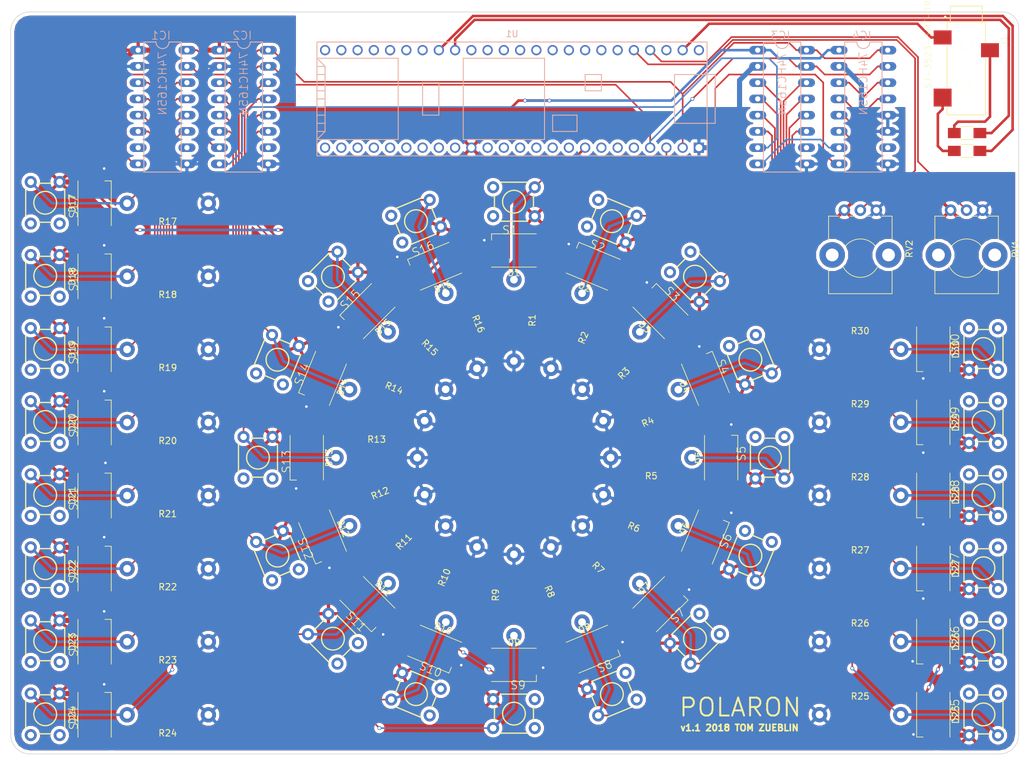
<source format=kicad_pcb>
(kicad_pcb (version 4) (host pcbnew 4.0.6)
  (title_block (title Polaron) (date "11 Oktober 2018") (rev 1.1))
  (layers (0 F.Cu signal) (31 B.Cu signal) (34 B.Paste user hide) (35 F.Paste user hide) (36 B.SilkS user) (37 F.SilkS user) (38 B.Mask user) (39 F.Mask user) (44 Edge.Cuts user))
  (net 0 "")
  (net 1 GND)
  (net 2 /LED_IN)
  (net 3 "Net-(IC1-Pad9)")
  (net 4 VCC)
  (net 5 /SHIFT_DATA_OUT)
  (net 6 "Net-(IC3-Pad9)")
  (net 7 "Net-(IC2-Pad9)")
  (net 8 /LedConn1)
  (net 9 /LedConn2)
  (net 10 /LedConn3)
  (net 11 "Net-(D1-Pad2)")
  (net 12 "Net-(D2-Pad2)")
  (net 13 "Net-(D3-Pad2)")
  (net 14 "Net-(D4-Pad2)")
  (net 15 "Net-(D5-Pad2)")
  (net 16 "Net-(D6-Pad2)")
  (net 17 "Net-(D7-Pad2)")
  (net 18 "Net-(D10-Pad4)")
  (net 19 "Net-(D10-Pad2)")
  (net 20 "Net-(D11-Pad2)")
  (net 21 "Net-(D12-Pad2)")
  (net 22 "Net-(D13-Pad2)")
  (net 23 "Net-(D14-Pad2)")
  (net 24 "Net-(D15-Pad2)")
  (net 25 "Net-(D17-Pad2)")
  (net 26 "Net-(D18-Pad2)")
  (net 27 "Net-(D19-Pad2)")
  (net 28 "Net-(D20-Pad2)")
  (net 29 "Net-(D21-Pad2)")
  (net 30 "Net-(D22-Pad2)")
  (net 31 "Net-(D23-Pad2)")
  (net 32 "Net-(D25-Pad2)")
  (net 33 "Net-(D26-Pad2)")
  (net 34 "Net-(D27-Pad2)")
  (net 35 "Net-(D28-Pad2)")
  (net 36 "Net-(D29-Pad2)")
  (net 37 "Net-(IC1-Pad3)")
  (net 38 "Net-(IC1-Pad4)")
  (net 39 "Net-(IC1-Pad5)")
  (net 40 "Net-(IC1-Pad6)")
  (net 41 "Net-(IC1-Pad11)")
  (net 42 "Net-(IC1-Pad12)")
  (net 43 "Net-(IC1-Pad13)")
  (net 44 "Net-(IC1-Pad14)")
  (net 45 "Net-(IC2-Pad3)")
  (net 46 "Net-(IC2-Pad4)")
  (net 47 "Net-(IC2-Pad5)")
  (net 48 "Net-(IC2-Pad6)")
  (net 49 "Net-(IC2-Pad11)")
  (net 50 "Net-(IC2-Pad12)")
  (net 51 "Net-(IC2-Pad13)")
  (net 52 "Net-(IC2-Pad14)")
  (net 53 "Net-(IC3-Pad3)")
  (net 54 "Net-(IC3-Pad4)")
  (net 55 "Net-(IC3-Pad5)")
  (net 56 "Net-(IC3-Pad6)")
  (net 57 "Net-(IC3-Pad11)")
  (net 58 "Net-(IC3-Pad12)")
  (net 59 "Net-(IC3-Pad13)")
  (net 60 "Net-(IC3-Pad14)")
  (net 61 "Net-(IC4-Pad3)")
  (net 62 "Net-(IC4-Pad4)")
  (net 63 "Net-(IC4-Pad11)")
  (net 64 "Net-(IC4-Pad12)")
  (net 65 "Net-(IC4-Pad13)")
  (net 66 "Net-(IC4-Pad14)")
  (net 67 /JOY_A)
  (net 68 /JOY_B)
  (net 69 /SHIFT_PLOAD)
  (net 70 /SHIFT_CLOCK)
  (net 71 "Net-(C1-Pad1)")
  (net 72 "Net-(C2-Pad1)")
  (net 73 /Audio1)
  (net 74 /Audio2)
  (net 75 /AudioGND)
  (module sequencer:DIL16 (layer B.Cu) (at 187.7012 49.0728 270)
    (fp_text reference IC3 (at -11.176 0.254 540) (layer B.SilkS) (effects (font (size 1.27 1.27) (thickness 0.127)) (justify mirror)))
    (fp_text value 74HC165N (at -3.683 0 270) (layer B.SilkS) (effects (font (size 1.27 1.27) (thickness 0.127)) (justify mirror)))
    (pad 1 thru_hole oval (at -8.89 -3.81 90) (size 1.3208 2.6416) (drill 0.8128) (layers *.Cu *.Paste *.Mask) (net 69 /SHIFT_PLOAD))
    (pad 2 thru_hole oval (at -6.35 -3.81 90) (size 1.3208 2.6416) (drill 0.8128) (layers *.Cu *.Paste *.Mask) (net 70 /SHIFT_CLOCK))
    (pad 3 thru_hole oval (at -3.81 -3.81 90) (size 1.3208 2.6416) (drill 0.8128) (layers *.Cu *.Paste *.Mask) (net 53 "Net-(IC3-Pad3)"))
    (pad 4 thru_hole oval (at -1.27 -3.81 90) (size 1.3208 2.6416) (drill 0.8128) (layers *.Cu *.Paste *.Mask) (net 54 "Net-(IC3-Pad4)"))
    (pad 5 thru_hole oval (at 1.27 -3.81 90) (size 1.3208 2.6416) (drill 0.8128) (layers *.Cu *.Paste *.Mask) (net 55 "Net-(IC3-Pad5)"))
    (pad 6 thru_hole oval (at 3.81 -3.81 90) (size 1.3208 2.6416) (drill 0.8128) (layers *.Cu *.Paste *.Mask) (net 56 "Net-(IC3-Pad6)"))
    (pad 7 thru_hole oval (at 6.35 -3.81 90) (size 1.3208 2.6416) (drill 0.8128) (layers *.Cu *.Paste *.Mask))
    (pad 8 thru_hole oval (at 8.89 -3.81 90) (size 1.3208 2.6416) (drill 0.8128) (layers *.Cu *.Paste *.Mask) (net 1 GND))
    (pad 9 thru_hole oval (at 8.89 3.81 90) (size 1.3208 2.6416) (drill 0.8128) (layers *.Cu *.Paste *.Mask) (net 6 "Net-(IC3-Pad9)"))
    (pad 10 thru_hole oval (at 6.35 3.81 90) (size 1.3208 2.6416) (drill 0.8128) (layers *.Cu *.Paste *.Mask) (net 7 "Net-(IC2-Pad9)"))
    (pad 11 thru_hole oval (at 3.81 3.81 90) (size 1.3208 2.6416) (drill 0.8128) (layers *.Cu *.Paste *.Mask) (net 57 "Net-(IC3-Pad11)"))
    (pad 12 thru_hole oval (at 1.27 3.81 90) (size 1.3208 2.6416) (drill 0.8128) (layers *.Cu *.Paste *.Mask) (net 58 "Net-(IC3-Pad12)"))
    (pad 13 thru_hole oval (at -1.27 3.81 90) (size 1.3208 2.6416) (drill 0.8128) (layers *.Cu *.Paste *.Mask) (net 59 "Net-(IC3-Pad13)"))
    (pad 14 thru_hole oval (at -3.81 3.81 90) (size 1.3208 2.6416) (drill 0.8128) (layers *.Cu *.Paste *.Mask) (net 60 "Net-(IC3-Pad14)"))
    (pad 15 thru_hole oval (at -6.35 3.81 90) (size 1.3208 2.6416) (drill 0.8128) (layers *.Cu *.Paste *.Mask) (net 1 GND))
    (pad 16 thru_hole oval (at -8.89 3.81 90) (size 1.3208 2.6416) (drill 0.8128) (layers *.Cu *.Paste *.Mask) (net 4 VCC))
  )
  (module modules:Teensy35_36_simple (layer B.Cu) (at 145.4912 47.8028 180)
    (fp_text reference U1 (at 0 10.16 180) (layer B.SilkS) (effects (justify mirror)))
    (fp_text value Teensy3.6)
    (pad 17 thru_hole circle (at 11.43 -7.62 180) (size 1.6 1.6) (drill 1.1) (layers *.Cu *.Mask))
    (pad 18 thru_hole circle (at 13.97 -7.62 180) (size 1.6 1.6) (drill 1.1) (layers *.Cu *.Mask))
    (pad 19 thru_hole circle (at 16.51 -7.62 180) (size 1.6 1.6) (drill 1.1) (layers *.Cu *.Mask))
    (pad 20 thru_hole circle (at 19.05 -7.62 180) (size 1.6 1.6) (drill 1.1) (layers *.Cu *.Mask))
    (pad 16 thru_hole circle (at 8.89 -7.62 180) (size 1.6 1.6) (drill 1.1) (layers *.Cu *.Mask))
    (pad 15 thru_hole circle (at 6.35 -7.62 180) (size 1.6 1.6) (drill 1.1) (layers *.Cu *.Mask) (net 4 VCC))
    (pad 14 thru_hole circle (at 3.81 -7.62 180) (size 1.6 1.6) (drill 1.1) (layers *.Cu *.Mask))
    (pad 21 thru_hole circle (at 21.59 -7.62 180) (size 1.6 1.6) (drill 1.1) (layers *.Cu *.Mask))
    (pad 22 thru_hole circle (at 24.13 -7.62 180) (size 1.6 1.6) (drill 1.1) (layers *.Cu *.Mask))
    (pad 23 thru_hole circle (at 26.67 -7.62 180) (size 1.6 1.6) (drill 1.1) (layers *.Cu *.Mask))
    (pad 24 thru_hole circle (at 29.21 -7.62 180) (size 1.6 1.6) (drill 1.1) (layers *.Cu *.Mask))
    (pad 30 thru_hole circle (at 29.21 7.62 180) (size 1.6 1.6) (drill 1.1) (layers *.Cu *.Mask))
    (pad 31 thru_hole circle (at 26.67 7.62 180) (size 1.6 1.6) (drill 1.1) (layers *.Cu *.Mask))
    (pad 32 thru_hole circle (at 24.13 7.62 180) (size 1.6 1.6) (drill 1.1) (layers *.Cu *.Mask))
    (pad 33 thru_hole circle (at 21.59 7.62 180) (size 1.6 1.6) (drill 1.1) (layers *.Cu *.Mask))
    (pad 34 thru_hole circle (at 19.05 7.62 180) (size 1.6 1.6) (drill 1.1) (layers *.Cu *.Mask))
    (pad 35 thru_hole circle (at 16.51 7.62 180) (size 1.6 1.6) (drill 1.1) (layers *.Cu *.Mask))
    (pad 36 thru_hole circle (at 13.97 7.62 180) (size 1.6 1.6) (drill 1.1) (layers *.Cu *.Mask))
    (pad 37 thru_hole circle (at 11.43 7.62 180) (size 1.6 1.6) (drill 1.1) (layers *.Cu *.Mask) (net 71 "Net-(C1-Pad1)"))
    (pad 13 thru_hole circle (at 1.27 -7.62 180) (size 1.6 1.6) (drill 1.1) (layers *.Cu *.Mask))
    (pad 12 thru_hole circle (at -1.27 -7.62 180) (size 1.6 1.6) (drill 1.1) (layers *.Cu *.Mask))
    (pad 11 thru_hole circle (at -3.81 -7.62 180) (size 1.6 1.6) (drill 1.1) (layers *.Cu *.Mask))
    (pad 10 thru_hole circle (at -6.35 -7.62 180) (size 1.6 1.6) (drill 1.1) (layers *.Cu *.Mask))
    (pad 9 thru_hole circle (at -8.89 -7.62 180) (size 1.6 1.6) (drill 1.1) (layers *.Cu *.Mask))
    (pad 8 thru_hole circle (at -11.43 -7.62 180) (size 1.6 1.6) (drill 1.1) (layers *.Cu *.Mask) (net 2 /LED_IN))
    (pad 7 thru_hole circle (at -13.97 -7.62 180) (size 1.6 1.6) (drill 1.1) (layers *.Cu *.Mask))
    (pad 6 thru_hole circle (at -16.51 -7.62 180) (size 1.6 1.6) (drill 1.1) (layers *.Cu *.Mask))
    (pad 5 thru_hole circle (at -19.05 -7.62 180) (size 1.6 1.6) (drill 1.1) (layers *.Cu *.Mask))
    (pad 4 thru_hole circle (at -21.59 -7.62 180) (size 1.6 1.6) (drill 1.1) (layers *.Cu *.Mask) (net 70 /SHIFT_CLOCK))
    (pad 3 thru_hole circle (at -24.13 -7.62 180) (size 1.6 1.6) (drill 1.1) (layers *.Cu *.Mask) (net 5 /SHIFT_DATA_OUT))
    (pad 2 thru_hole circle (at -26.67 -7.62 180) (size 1.6 1.6) (drill 1.1) (layers *.Cu *.Mask) (net 69 /SHIFT_PLOAD))
    (pad 1 thru_hole rect (at -29.21 -7.62 180) (size 1.6 1.6) (drill 1.1) (layers *.Cu *.Mask) (net 1 GND))
    (pad 38 thru_hole circle (at 8.89 7.62 180) (size 1.6 1.6) (drill 1.1) (layers *.Cu *.Mask) (net 72 "Net-(C2-Pad1)"))
    (pad 39 thru_hole circle (at 6.35 7.62 180) (size 1.6 1.6) (drill 1.1) (layers *.Cu *.Mask))
    (pad 40 thru_hole circle (at 3.81 7.62 180) (size 1.6 1.6) (drill 1.1) (layers *.Cu *.Mask))
    (pad 41 thru_hole circle (at 1.27 7.62 180) (size 1.6 1.6) (drill 1.1) (layers *.Cu *.Mask))
    (pad 42 thru_hole circle (at -1.27 7.62 180) (size 1.6 1.6) (drill 1.1) (layers *.Cu *.Mask))
    (pad 43 thru_hole circle (at -3.81 7.62 180) (size 1.6 1.6) (drill 1.1) (layers *.Cu *.Mask))
    (pad 44 thru_hole circle (at -6.35 7.62 180) (size 1.6 1.6) (drill 1.1) (layers *.Cu *.Mask))
    (pad 45 thru_hole circle (at -8.89 7.62 180) (size 1.6 1.6) (drill 1.1) (layers *.Cu *.Mask))
    (pad 46 thru_hole circle (at -11.43 7.62 180) (size 1.6 1.6) (drill 1.1) (layers *.Cu *.Mask))
    (pad 47 thru_hole circle (at -13.97 7.62 180) (size 1.6 1.6) (drill 1.1) (layers *.Cu *.Mask))
    (pad 48 thru_hole circle (at -16.51 7.62 180) (size 1.6 1.6) (drill 1.1) (layers *.Cu *.Mask))
    (pad 49 thru_hole circle (at -19.05 7.62 180) (size 1.6 1.6) (drill 1.1) (layers *.Cu *.Mask) (net 68 /JOY_B))
    (pad 50 thru_hole circle (at -21.59 7.62 180) (size 1.6 1.6) (drill 1.1) (layers *.Cu *.Mask) (net 67 /JOY_A))
    (pad 51 thru_hole circle (at -24.13 7.62 180) (size 1.6 1.6) (drill 1.1) (layers *.Cu *.Mask))
    (pad 52 thru_hole circle (at -26.67 7.62 180) (size 1.6 1.6) (drill 1.1) (layers *.Cu *.Mask) (net 75 /AudioGND))
    (pad 53 thru_hole circle (at -29.21 7.62 180) (size 1.6 1.6) (drill 1.1) (layers *.Cu *.Mask))
  )
  (module Potentiometers:Potentiometer_Alps_RK09K_Horizontal (layer F.Cu) (at 197.4292 65.1868 270)
    (fp_text reference RV2 (at 6.05 -10.15 270) (layer F.SilkS))
    (fp_text value POT)
    (pad 3 thru_hole circle (at 0 -5 270) (size 1.8 1.8) (drill 1) (layers *.Cu *.Mask) (net 1 GND))
    (pad 2 thru_hole circle (at 0 -2.5 270) (size 1.8 1.8) (drill 1) (layers *.Cu *.Mask) (net 68 /JOY_B))
    (pad 1 thru_hole circle (at 0 0 270) (size 1.8 1.8) (drill 1) (layers *.Cu *.Mask) (net 4 VCC))
    (pad 0 np_thru_hole circle (at 7 -6.9 270) (size 4 4) (drill 2) (layers *.Cu *.Mask))
    (pad 0 np_thru_hole circle (at 7 1.9 270) (size 4 4) (drill 2) (layers *.Cu *.Mask))
  )
  (module sequencer:DIL16 (layer B.Cu) (at 200.4012 49.0728 270)
    (fp_text reference IC4 (at -11.176 0.254 540) (layer B.SilkS) (effects (font (size 1.27 1.27) (thickness 0.127)) (justify mirror)))
    (fp_text value 74HC165N (at -3.683 0 270) (layer B.SilkS) (effects (font (size 1.27 1.27) (thickness 0.127)) (justify mirror)))
    (pad 1 thru_hole oval (at -8.89 -3.81 90) (size 1.3208 2.6416) (drill 0.8128) (layers *.Cu *.Paste *.Mask) (net 69 /SHIFT_PLOAD))
    (pad 2 thru_hole oval (at -6.35 -3.81 90) (size 1.3208 2.6416) (drill 0.8128) (layers *.Cu *.Paste *.Mask) (net 70 /SHIFT_CLOCK))
    (pad 3 thru_hole oval (at -3.81 -3.81 90) (size 1.3208 2.6416) (drill 0.8128) (layers *.Cu *.Paste *.Mask) (net 61 "Net-(IC4-Pad3)"))
    (pad 4 thru_hole oval (at -1.27 -3.81 90) (size 1.3208 2.6416) (drill 0.8128) (layers *.Cu *.Paste *.Mask) (net 62 "Net-(IC4-Pad4)"))
    (pad 5 thru_hole oval (at 1.27 -3.81 90) (size 1.3208 2.6416) (drill 0.8128) (layers *.Cu *.Paste *.Mask) (net 1 GND))
    (pad 6 thru_hole oval (at 3.81 -3.81 90) (size 1.3208 2.6416) (drill 0.8128) (layers *.Cu *.Paste *.Mask) (net 1 GND))
    (pad 7 thru_hole oval (at 6.35 -3.81 90) (size 1.3208 2.6416) (drill 0.8128) (layers *.Cu *.Paste *.Mask))
    (pad 8 thru_hole oval (at 8.89 -3.81 90) (size 1.3208 2.6416) (drill 0.8128) (layers *.Cu *.Paste *.Mask) (net 1 GND))
    (pad 9 thru_hole oval (at 8.89 3.81 90) (size 1.3208 2.6416) (drill 0.8128) (layers *.Cu *.Paste *.Mask) (net 5 /SHIFT_DATA_OUT))
    (pad 10 thru_hole oval (at 6.35 3.81 90) (size 1.3208 2.6416) (drill 0.8128) (layers *.Cu *.Paste *.Mask) (net 6 "Net-(IC3-Pad9)"))
    (pad 11 thru_hole oval (at 3.81 3.81 90) (size 1.3208 2.6416) (drill 0.8128) (layers *.Cu *.Paste *.Mask) (net 63 "Net-(IC4-Pad11)"))
    (pad 12 thru_hole oval (at 1.27 3.81 90) (size 1.3208 2.6416) (drill 0.8128) (layers *.Cu *.Paste *.Mask) (net 64 "Net-(IC4-Pad12)"))
    (pad 13 thru_hole oval (at -1.27 3.81 90) (size 1.3208 2.6416) (drill 0.8128) (layers *.Cu *.Paste *.Mask) (net 65 "Net-(IC4-Pad13)"))
    (pad 14 thru_hole oval (at -3.81 3.81 90) (size 1.3208 2.6416) (drill 0.8128) (layers *.Cu *.Paste *.Mask) (net 66 "Net-(IC4-Pad14)"))
    (pad 15 thru_hole oval (at -6.35 3.81 90) (size 1.3208 2.6416) (drill 0.8128) (layers *.Cu *.Paste *.Mask) (net 1 GND))
    (pad 16 thru_hole oval (at -8.89 3.81 90) (size 1.3208 2.6416) (drill 0.8128) (layers *.Cu *.Paste *.Mask) (net 4 VCC))
  )
  (module sequencer:DIL16 (layer B.Cu) (at 103.5812 49.0728 270)
    (fp_text reference IC2 (at -11.176 0.254 540) (layer B.SilkS) (effects (font (size 1.27 1.27) (thickness 0.127)) (justify mirror)))
    (fp_text value 74HC165N (at -3.683 0 270) (layer B.SilkS) (effects (font (size 1.27 1.27) (thickness 0.127)) (justify mirror)))
    (pad 1 thru_hole oval (at -8.89 -3.81 90) (size 1.3208 2.6416) (drill 0.8128) (layers *.Cu *.Paste *.Mask) (net 69 /SHIFT_PLOAD))
    (pad 2 thru_hole oval (at -6.35 -3.81 90) (size 1.3208 2.6416) (drill 0.8128) (layers *.Cu *.Paste *.Mask) (net 70 /SHIFT_CLOCK))
    (pad 3 thru_hole oval (at -3.81 -3.81 90) (size 1.3208 2.6416) (drill 0.8128) (layers *.Cu *.Paste *.Mask) (net 45 "Net-(IC2-Pad3)"))
    (pad 4 thru_hole oval (at -1.27 -3.81 90) (size 1.3208 2.6416) (drill 0.8128) (layers *.Cu *.Paste *.Mask) (net 46 "Net-(IC2-Pad4)"))
    (pad 5 thru_hole oval (at 1.27 -3.81 90) (size 1.3208 2.6416) (drill 0.8128) (layers *.Cu *.Paste *.Mask) (net 47 "Net-(IC2-Pad5)"))
    (pad 6 thru_hole oval (at 3.81 -3.81 90) (size 1.3208 2.6416) (drill 0.8128) (layers *.Cu *.Paste *.Mask) (net 48 "Net-(IC2-Pad6)"))
    (pad 7 thru_hole oval (at 6.35 -3.81 90) (size 1.3208 2.6416) (drill 0.8128) (layers *.Cu *.Paste *.Mask))
    (pad 8 thru_hole oval (at 8.89 -3.81 90) (size 1.3208 2.6416) (drill 0.8128) (layers *.Cu *.Paste *.Mask) (net 1 GND))
    (pad 9 thru_hole oval (at 8.89 3.81 90) (size 1.3208 2.6416) (drill 0.8128) (layers *.Cu *.Paste *.Mask) (net 7 "Net-(IC2-Pad9)"))
    (pad 10 thru_hole oval (at 6.35 3.81 90) (size 1.3208 2.6416) (drill 0.8128) (layers *.Cu *.Paste *.Mask) (net 3 "Net-(IC1-Pad9)"))
    (pad 11 thru_hole oval (at 3.81 3.81 90) (size 1.3208 2.6416) (drill 0.8128) (layers *.Cu *.Paste *.Mask) (net 49 "Net-(IC2-Pad11)"))
    (pad 12 thru_hole oval (at 1.27 3.81 90) (size 1.3208 2.6416) (drill 0.8128) (layers *.Cu *.Paste *.Mask) (net 50 "Net-(IC2-Pad12)"))
    (pad 13 thru_hole oval (at -1.27 3.81 90) (size 1.3208 2.6416) (drill 0.8128) (layers *.Cu *.Paste *.Mask) (net 51 "Net-(IC2-Pad13)"))
    (pad 14 thru_hole oval (at -3.81 3.81 90) (size 1.3208 2.6416) (drill 0.8128) (layers *.Cu *.Paste *.Mask) (net 52 "Net-(IC2-Pad14)"))
    (pad 15 thru_hole oval (at -6.35 3.81 90) (size 1.3208 2.6416) (drill 0.8128) (layers *.Cu *.Paste *.Mask) (net 1 GND))
    (pad 16 thru_hole oval (at -8.89 3.81 90) (size 1.3208 2.6416) (drill 0.8128) (layers *.Cu *.Paste *.Mask) (net 4 VCC))
  )
  (module SJ-3523-SMT-TR:CUI_SJ-3523-SMT-TR (layer F.Cu) (at 216.4842 39.2938 270)
    (fp_text reference J1 (at -0.561108 -5.94673 270) (layer F.SilkS) (effects (font (size 1.00197 1.00197) (thickness 0.05))))
    (fp_text value SJ-3523-SMT-TR (at -0.025056 5.98195 270) (layer F.SilkS) (effects (font (size 1.00285 1.00285) (thickness 0.05))))
    (pad Hole np_thru_hole circle (at 0 0 270) (size 1.7 1.7) (drill 1.7) (layers *.Cu *.Mask F.SilkS))
    (pad 3 smd rect (at 0.9 -3.7 270) (size 2.2 2.8) (layers F.Cu F.Paste F.Mask) (net 74 /Audio2))
    (pad 1 smd rect (at -1.1 3.7 270) (size 2.2 2.8) (layers F.Cu F.Paste F.Mask) (net 75 /AudioGND))
    (pad 2 smd rect (at 8.3 3.7 270) (size 2.8 2.8) (layers F.Cu F.Paste F.Mask) (net 73 /Audio1))
    (pad Hole np_thru_hole circle (at 7 0 270) (size 1.7 1.7) (drill 1.7) (layers *.Cu *.Mask F.SilkS))
  )
  (module sequencer:DIL16 (layer B.Cu) (at 90.8812 49.0728 270)
    (fp_text reference IC1 (at -11.176 0.254 540) (layer B.SilkS) (effects (font (size 1.27 1.27) (thickness 0.127)) (justify mirror)))
    (fp_text value 74HC165N (at -3.683 0 270) (layer B.SilkS) (effects (font (size 1.27 1.27) (thickness 0.127)) (justify mirror)))
    (pad 1 thru_hole oval (at -8.89 -3.81 90) (size 1.3208 2.6416) (drill 0.8128) (layers *.Cu *.Paste *.Mask) (net 69 /SHIFT_PLOAD))
    (pad 2 thru_hole oval (at -6.35 -3.81 90) (size 1.3208 2.6416) (drill 0.8128) (layers *.Cu *.Paste *.Mask) (net 70 /SHIFT_CLOCK))
    (pad 3 thru_hole oval (at -3.81 -3.81 90) (size 1.3208 2.6416) (drill 0.8128) (layers *.Cu *.Paste *.Mask) (net 37 "Net-(IC1-Pad3)"))
    (pad 4 thru_hole oval (at -1.27 -3.81 90) (size 1.3208 2.6416) (drill 0.8128) (layers *.Cu *.Paste *.Mask) (net 38 "Net-(IC1-Pad4)"))
    (pad 5 thru_hole oval (at 1.27 -3.81 90) (size 1.3208 2.6416) (drill 0.8128) (layers *.Cu *.Paste *.Mask) (net 39 "Net-(IC1-Pad5)"))
    (pad 6 thru_hole oval (at 3.81 -3.81 90) (size 1.3208 2.6416) (drill 0.8128) (layers *.Cu *.Paste *.Mask) (net 40 "Net-(IC1-Pad6)"))
    (pad 7 thru_hole oval (at 6.35 -3.81 90) (size 1.3208 2.6416) (drill 0.8128) (layers *.Cu *.Paste *.Mask))
    (pad 8 thru_hole oval (at 8.89 -3.81 90) (size 1.3208 2.6416) (drill 0.8128) (layers *.Cu *.Paste *.Mask) (net 1 GND))
    (pad 9 thru_hole oval (at 8.89 3.81 90) (size 1.3208 2.6416) (drill 0.8128) (layers *.Cu *.Paste *.Mask) (net 3 "Net-(IC1-Pad9)"))
    (pad 10 thru_hole oval (at 6.35 3.81 90) (size 1.3208 2.6416) (drill 0.8128) (layers *.Cu *.Paste *.Mask))
    (pad 11 thru_hole oval (at 3.81 3.81 90) (size 1.3208 2.6416) (drill 0.8128) (layers *.Cu *.Paste *.Mask) (net 41 "Net-(IC1-Pad11)"))
    (pad 12 thru_hole oval (at 1.27 3.81 90) (size 1.3208 2.6416) (drill 0.8128) (layers *.Cu *.Paste *.Mask) (net 42 "Net-(IC1-Pad12)"))
    (pad 13 thru_hole oval (at -1.27 3.81 90) (size 1.3208 2.6416) (drill 0.8128) (layers *.Cu *.Paste *.Mask) (net 43 "Net-(IC1-Pad13)"))
    (pad 14 thru_hole oval (at -3.81 3.81 90) (size 1.3208 2.6416) (drill 0.8128) (layers *.Cu *.Paste *.Mask) (net 44 "Net-(IC1-Pad14)"))
    (pad 15 thru_hole oval (at -6.35 3.81 90) (size 1.3208 2.6416) (drill 0.8128) (layers *.Cu *.Paste *.Mask) (net 1 GND))
    (pad 16 thru_hole oval (at -8.89 3.81 90) (size 1.3208 2.6416) (drill 0.8128) (layers *.Cu *.Paste *.Mask) (net 4 VCC))
  )
  (module LEDs:LED_WS2812B-PLCC4 (layer F.Cu) (at 122.899882 126.761718 315)
    (fp_text reference D11 (at 0 -3.5 315) (layer F.SilkS))
    (fp_text value ~)
    (pad 3 smd rect (at 2.5 1.6 315) (size 1.6 1) (layers F.Cu F.Paste F.Mask) (net 1 GND))
    (pad 4 smd rect (at 2.5 -1.6 315) (size 1.6 1) (layers F.Cu F.Paste F.Mask) (net 19 "Net-(D10-Pad2)"))
    (pad 2 smd rect (at -2.5 1.6 315) (size 1.6 1) (layers F.Cu F.Paste F.Mask) (net 20 "Net-(D11-Pad2)"))
    (pad 1 smd rect (at -2.5 -1.6 315) (size 1.6 1) (layers F.Cu F.Paste F.Mask) (net 4 VCC))
  )
  (module LEDs:LED_WS2812B-PLCC4 (layer F.Cu) (at 80.264 144.0496 90)
    (fp_text reference D24 (at 0 -3.5 90) (layer F.SilkS))
    (fp_text value ~)
    (pad 3 smd rect (at 2.5 1.6 90) (size 1.6 1) (layers F.Cu F.Paste F.Mask) (net 1 GND))
    (pad 4 smd rect (at 2.5 -1.6 90) (size 1.6 1) (layers F.Cu F.Paste F.Mask) (net 31 "Net-(D23-Pad2)"))
    (pad 2 smd rect (at -2.5 1.6 90) (size 1.6 1) (layers F.Cu F.Paste F.Mask) (net 10 /LedConn3))
    (pad 1 smd rect (at -2.5 -1.6 90) (size 1.6 1) (layers F.Cu F.Paste F.Mask) (net 4 VCC))
  )
  (module LEDs:LED_WS2812B-PLCC4 (layer F.Cu) (at 80.264 132.6296 90)
    (fp_text reference D23 (at 0 -3.5 90) (layer F.SilkS))
    (fp_text value ~)
    (pad 3 smd rect (at 2.5 1.6 90) (size 1.6 1) (layers F.Cu F.Paste F.Mask) (net 1 GND))
    (pad 4 smd rect (at 2.5 -1.6 90) (size 1.6 1) (layers F.Cu F.Paste F.Mask) (net 30 "Net-(D22-Pad2)"))
    (pad 2 smd rect (at -2.5 1.6 90) (size 1.6 1) (layers F.Cu F.Paste F.Mask) (net 31 "Net-(D23-Pad2)"))
    (pad 1 smd rect (at -2.5 -1.6 90) (size 1.6 1) (layers F.Cu F.Paste F.Mask) (net 4 VCC))
  )
  (module LEDs:LED_WS2812B-PLCC4 (layer F.Cu) (at 80.264 121.2096 90)
    (fp_text reference D22 (at 0 -3.5 90) (layer F.SilkS))
    (fp_text value ~)
    (pad 3 smd rect (at 2.5 1.6 90) (size 1.6 1) (layers F.Cu F.Paste F.Mask) (net 1 GND))
    (pad 4 smd rect (at 2.5 -1.6 90) (size 1.6 1) (layers F.Cu F.Paste F.Mask) (net 29 "Net-(D21-Pad2)"))
    (pad 2 smd rect (at -2.5 1.6 90) (size 1.6 1) (layers F.Cu F.Paste F.Mask) (net 30 "Net-(D22-Pad2)"))
    (pad 1 smd rect (at -2.5 -1.6 90) (size 1.6 1) (layers F.Cu F.Paste F.Mask) (net 4 VCC))
  )
  (module LEDs:LED_WS2812B-PLCC4 (layer F.Cu) (at 80.264 109.7896 90)
    (fp_text reference D21 (at 0 -3.5 90) (layer F.SilkS))
    (fp_text value ~)
    (pad 3 smd rect (at 2.5 1.6 90) (size 1.6 1) (layers F.Cu F.Paste F.Mask) (net 1 GND))
    (pad 4 smd rect (at 2.5 -1.6 90) (size 1.6 1) (layers F.Cu F.Paste F.Mask) (net 28 "Net-(D20-Pad2)"))
    (pad 2 smd rect (at -2.5 1.6 90) (size 1.6 1) (layers F.Cu F.Paste F.Mask) (net 29 "Net-(D21-Pad2)"))
    (pad 1 smd rect (at -2.5 -1.6 90) (size 1.6 1) (layers F.Cu F.Paste F.Mask) (net 4 VCC))
  )
  (module LEDs:LED_WS2812B-PLCC4 (layer F.Cu) (at 80.264 98.3696 90)
    (fp_text reference D20 (at 0 -3.5 90) (layer F.SilkS))
    (fp_text value ~)
    (pad 3 smd rect (at 2.5 1.6 90) (size 1.6 1) (layers F.Cu F.Paste F.Mask) (net 1 GND))
    (pad 4 smd rect (at 2.5 -1.6 90) (size 1.6 1) (layers F.Cu F.Paste F.Mask) (net 27 "Net-(D19-Pad2)"))
    (pad 2 smd rect (at -2.5 1.6 90) (size 1.6 1) (layers F.Cu F.Paste F.Mask) (net 28 "Net-(D20-Pad2)"))
    (pad 1 smd rect (at -2.5 -1.6 90) (size 1.6 1) (layers F.Cu F.Paste F.Mask) (net 4 VCC))
  )
  (module LEDs:LED_WS2812B-PLCC4 (layer F.Cu) (at 80.264 86.9496 90)
    (fp_text reference D19 (at 0 -3.5 90) (layer F.SilkS))
    (fp_text value ~)
    (pad 3 smd rect (at 2.5 1.6 90) (size 1.6 1) (layers F.Cu F.Paste F.Mask) (net 1 GND))
    (pad 4 smd rect (at 2.5 -1.6 90) (size 1.6 1) (layers F.Cu F.Paste F.Mask) (net 26 "Net-(D18-Pad2)"))
    (pad 2 smd rect (at -2.5 1.6 90) (size 1.6 1) (layers F.Cu F.Paste F.Mask) (net 27 "Net-(D19-Pad2)"))
    (pad 1 smd rect (at -2.5 -1.6 90) (size 1.6 1) (layers F.Cu F.Paste F.Mask) (net 4 VCC))
  )
  (module LEDs:LED_WS2812B-PLCC4 (layer F.Cu) (at 80.264 75.5296 90)
    (fp_text reference D18 (at 0 -3.5 90) (layer F.SilkS))
    (fp_text value ~)
    (pad 3 smd rect (at 2.5 1.6 90) (size 1.6 1) (layers F.Cu F.Paste F.Mask) (net 1 GND))
    (pad 4 smd rect (at 2.5 -1.6 90) (size 1.6 1) (layers F.Cu F.Paste F.Mask) (net 25 "Net-(D17-Pad2)"))
    (pad 2 smd rect (at -2.5 1.6 90) (size 1.6 1) (layers F.Cu F.Paste F.Mask) (net 26 "Net-(D18-Pad2)"))
    (pad 1 smd rect (at -2.5 -1.6 90) (size 1.6 1) (layers F.Cu F.Paste F.Mask) (net 4 VCC))
  )
  (module LEDs:LED_WS2812B-PLCC4 (layer F.Cu) (at 80.264 64.1096 90)
    (fp_text reference D17 (at 0 -3.5 90) (layer F.SilkS))
    (fp_text value ~)
    (pad 3 smd rect (at 2.5 1.6 90) (size 1.6 1) (layers F.Cu F.Paste F.Mask) (net 1 GND))
    (pad 4 smd rect (at 2.5 -1.6 90) (size 1.6 1) (layers F.Cu F.Paste F.Mask) (net 9 /LedConn2))
    (pad 2 smd rect (at -2.5 1.6 90) (size 1.6 1) (layers F.Cu F.Paste F.Mask) (net 25 "Net-(D17-Pad2)"))
    (pad 1 smd rect (at -2.5 -1.6 90) (size 1.6 1) (layers F.Cu F.Paste F.Mask) (net 4 VCC))
  )
  (module LEDs:LED_WS2812B-PLCC4 (layer F.Cu) (at 211.328 144.0188 270)
    (fp_text reference D25 (at 0 -3.5 270) (layer F.SilkS))
    (fp_text value ~)
    (pad 3 smd rect (at 2.5 1.6 270) (size 1.6 1) (layers F.Cu F.Paste F.Mask) (net 1 GND))
    (pad 4 smd rect (at 2.5 -1.6 270) (size 1.6 1) (layers F.Cu F.Paste F.Mask) (net 10 /LedConn3))
    (pad 2 smd rect (at -2.5 1.6 270) (size 1.6 1) (layers F.Cu F.Paste F.Mask) (net 32 "Net-(D25-Pad2)"))
    (pad 1 smd rect (at -2.5 -1.6 270) (size 1.6 1) (layers F.Cu F.Paste F.Mask) (net 4 VCC))
  )
  (module LEDs:LED_WS2812B-PLCC4 (layer F.Cu) (at 211.328 132.5988 270)
    (fp_text reference D26 (at 0 -3.5 270) (layer F.SilkS))
    (fp_text value ~)
    (pad 3 smd rect (at 2.5 1.6 270) (size 1.6 1) (layers F.Cu F.Paste F.Mask) (net 1 GND))
    (pad 4 smd rect (at 2.5 -1.6 270) (size 1.6 1) (layers F.Cu F.Paste F.Mask) (net 32 "Net-(D25-Pad2)"))
    (pad 2 smd rect (at -2.5 1.6 270) (size 1.6 1) (layers F.Cu F.Paste F.Mask) (net 33 "Net-(D26-Pad2)"))
    (pad 1 smd rect (at -2.5 -1.6 270) (size 1.6 1) (layers F.Cu F.Paste F.Mask) (net 4 VCC))
  )
  (module LEDs:LED_WS2812B-PLCC4 (layer F.Cu) (at 211.328 121.1788 270)
    (fp_text reference D27 (at 0 -3.5 270) (layer F.SilkS))
    (fp_text value ~)
    (pad 3 smd rect (at 2.5 1.6 270) (size 1.6 1) (layers F.Cu F.Paste F.Mask) (net 1 GND))
    (pad 4 smd rect (at 2.5 -1.6 270) (size 1.6 1) (layers F.Cu F.Paste F.Mask) (net 33 "Net-(D26-Pad2)"))
    (pad 2 smd rect (at -2.5 1.6 270) (size 1.6 1) (layers F.Cu F.Paste F.Mask) (net 34 "Net-(D27-Pad2)"))
    (pad 1 smd rect (at -2.5 -1.6 270) (size 1.6 1) (layers F.Cu F.Paste F.Mask) (net 4 VCC))
  )
  (module LEDs:LED_WS2812B-PLCC4 (layer F.Cu) (at 211.328 109.7588 270)
    (fp_text reference D28 (at 0 -3.5 270) (layer F.SilkS))
    (fp_text value ~)
    (pad 3 smd rect (at 2.5 1.6 270) (size 1.6 1) (layers F.Cu F.Paste F.Mask) (net 1 GND))
    (pad 4 smd rect (at 2.5 -1.6 270) (size 1.6 1) (layers F.Cu F.Paste F.Mask) (net 34 "Net-(D27-Pad2)"))
    (pad 2 smd rect (at -2.5 1.6 270) (size 1.6 1) (layers F.Cu F.Paste F.Mask) (net 35 "Net-(D28-Pad2)"))
    (pad 1 smd rect (at -2.5 -1.6 270) (size 1.6 1) (layers F.Cu F.Paste F.Mask) (net 4 VCC))
  )
  (module LEDs:LED_WS2812B-PLCC4 (layer F.Cu) (at 211.328 98.3388 270)
    (fp_text reference D29 (at 0 -3.5 270) (layer F.SilkS))
    (fp_text value ~)
    (pad 3 smd rect (at 2.5 1.6 270) (size 1.6 1) (layers F.Cu F.Paste F.Mask) (net 1 GND))
    (pad 4 smd rect (at 2.5 -1.6 270) (size 1.6 1) (layers F.Cu F.Paste F.Mask) (net 35 "Net-(D28-Pad2)"))
    (pad 2 smd rect (at -2.5 1.6 270) (size 1.6 1) (layers F.Cu F.Paste F.Mask) (net 36 "Net-(D29-Pad2)"))
    (pad 1 smd rect (at -2.5 -1.6 270) (size 1.6 1) (layers F.Cu F.Paste F.Mask) (net 4 VCC))
  )
  (module LEDs:LED_WS2812B-PLCC4 (layer F.Cu) (at 211.328 86.9188 270)
    (fp_text reference D30 (at 0 -3.5 270) (layer F.SilkS))
    (fp_text value ~)
    (pad 3 smd rect (at 2.5 1.6 270) (size 1.6 1) (layers F.Cu F.Paste F.Mask) (net 1 GND))
    (pad 4 smd rect (at 2.5 -1.6 270) (size 1.6 1) (layers F.Cu F.Paste F.Mask) (net 36 "Net-(D29-Pad2)"))
    (pad 2 smd rect (at -2.5 1.6 270) (size 1.6 1) (layers F.Cu F.Paste F.Mask))
    (pad 1 smd rect (at -2.5 -1.6 270) (size 1.6 1) (layers F.Cu F.Paste F.Mask) (net 4 VCC))
  )
  (module LEDs:LED_WS2812B-PLCC4 (layer F.Cu) (at 145.796 136.2456)
    (fp_text reference D9 (at 0 -3.5) (layer F.SilkS))
    (fp_text value ~)
    (pad 3 smd rect (at 2.5 1.6) (size 1.6 1) (layers F.Cu F.Paste F.Mask) (net 1 GND))
    (pad 4 smd rect (at 2.5 -1.6) (size 1.6 1) (layers F.Cu F.Paste F.Mask) (net 8 /LedConn1))
    (pad 2 smd rect (at -2.5 1.6) (size 1.6 1) (layers F.Cu F.Paste F.Mask) (net 18 "Net-(D10-Pad4)"))
    (pad 1 smd rect (at -2.5 -1.6) (size 1.6 1) (layers F.Cu F.Paste F.Mask) (net 4 VCC))
  )
  (module LEDs:LED_WS2812B-PLCC4 (layer F.Cu) (at 158.18729 133.780819 22.5)
    (fp_text reference D8 (at 0 -3.5 22.5) (layer F.SilkS))
    (fp_text value ~)
    (pad 3 smd rect (at 2.5 1.6 22.5) (size 1.6 1) (layers F.Cu F.Paste F.Mask) (net 1 GND))
    (pad 4 smd rect (at 2.5 -1.6 22.5) (size 1.6 1) (layers F.Cu F.Paste F.Mask) (net 17 "Net-(D7-Pad2)"))
    (pad 2 smd rect (at -2.5 1.6 22.5) (size 1.6 1) (layers F.Cu F.Paste F.Mask) (net 8 /LedConn1))
    (pad 1 smd rect (at -2.5 -1.6 22.5) (size 1.6 1) (layers F.Cu F.Paste F.Mask) (net 4 VCC))
  )
  (module LEDs:LED_WS2812B-PLCC4 (layer F.Cu) (at 168.692118 126.761718 45)
    (fp_text reference D7 (at 0 -3.5 45) (layer F.SilkS))
    (fp_text value ~)
    (pad 3 smd rect (at 2.5 1.6 45) (size 1.6 1) (layers F.Cu F.Paste F.Mask) (net 1 GND))
    (pad 4 smd rect (at 2.5 -1.6 45) (size 1.6 1) (layers F.Cu F.Paste F.Mask) (net 16 "Net-(D6-Pad2)"))
    (pad 2 smd rect (at -2.5 1.6 45) (size 1.6 1) (layers F.Cu F.Paste F.Mask) (net 17 "Net-(D7-Pad2)"))
    (pad 1 smd rect (at -2.5 -1.6 45) (size 1.6 1) (layers F.Cu F.Paste F.Mask) (net 4 VCC))
  )
  (module LEDs:LED_WS2812B-PLCC4 (layer F.Cu) (at 175.711219 116.25689 67.5)
    (fp_text reference D6 (at 0 -3.5 67.5) (layer F.SilkS))
    (fp_text value ~)
    (pad 3 smd rect (at 2.5 1.6 67.5) (size 1.6 1) (layers F.Cu F.Paste F.Mask) (net 1 GND))
    (pad 4 smd rect (at 2.5 -1.6 67.5) (size 1.6 1) (layers F.Cu F.Paste F.Mask) (net 15 "Net-(D5-Pad2)"))
    (pad 2 smd rect (at -2.5 1.6 67.5) (size 1.6 1) (layers F.Cu F.Paste F.Mask) (net 16 "Net-(D6-Pad2)"))
    (pad 1 smd rect (at -2.5 -1.6 67.5) (size 1.6 1) (layers F.Cu F.Paste F.Mask) (net 4 VCC))
  )
  (module LEDs:LED_WS2812B-PLCC4 (layer F.Cu) (at 178.176 103.8656 90)
    (fp_text reference D5 (at 0 -3.5 90) (layer F.SilkS))
    (fp_text value ~)
    (pad 3 smd rect (at 2.5 1.6 90) (size 1.6 1) (layers F.Cu F.Paste F.Mask) (net 1 GND))
    (pad 4 smd rect (at 2.5 -1.6 90) (size 1.6 1) (layers F.Cu F.Paste F.Mask) (net 14 "Net-(D4-Pad2)"))
    (pad 2 smd rect (at -2.5 1.6 90) (size 1.6 1) (layers F.Cu F.Paste F.Mask) (net 15 "Net-(D5-Pad2)"))
    (pad 1 smd rect (at -2.5 -1.6 90) (size 1.6 1) (layers F.Cu F.Paste F.Mask) (net 4 VCC))
  )
  (module LEDs:LED_WS2812B-PLCC4 (layer F.Cu) (at 175.711219 91.47431 112.5)
    (fp_text reference D4 (at 0 -3.5 112.5) (layer F.SilkS))
    (fp_text value ~)
    (pad 3 smd rect (at 2.5 1.6 112.5) (size 1.6 1) (layers F.Cu F.Paste F.Mask) (net 1 GND))
    (pad 4 smd rect (at 2.5 -1.6 112.5) (size 1.6 1) (layers F.Cu F.Paste F.Mask) (net 13 "Net-(D3-Pad2)"))
    (pad 2 smd rect (at -2.5 1.6 112.5) (size 1.6 1) (layers F.Cu F.Paste F.Mask) (net 14 "Net-(D4-Pad2)"))
    (pad 1 smd rect (at -2.5 -1.6 112.5) (size 1.6 1) (layers F.Cu F.Paste F.Mask) (net 4 VCC))
  )
  (module LEDs:LED_WS2812B-PLCC4 (layer F.Cu) (at 168.692118 80.969482 135)
    (fp_text reference D3 (at 0 -3.5 135) (layer F.SilkS))
    (fp_text value ~)
    (pad 3 smd rect (at 2.5 1.6 135) (size 1.6 1) (layers F.Cu F.Paste F.Mask) (net 1 GND))
    (pad 4 smd rect (at 2.5 -1.6 135) (size 1.6 1) (layers F.Cu F.Paste F.Mask) (net 12 "Net-(D2-Pad2)"))
    (pad 2 smd rect (at -2.5 1.6 135) (size 1.6 1) (layers F.Cu F.Paste F.Mask) (net 13 "Net-(D3-Pad2)"))
    (pad 1 smd rect (at -2.5 -1.6 135) (size 1.6 1) (layers F.Cu F.Paste F.Mask) (net 4 VCC))
  )
  (module LEDs:LED_WS2812B-PLCC4 (layer F.Cu) (at 158.18729 73.950381 157.5)
    (fp_text reference D2 (at 0 -3.5 157.5) (layer F.SilkS))
    (fp_text value ~)
    (pad 3 smd rect (at 2.5 1.6 157.5) (size 1.6 1) (layers F.Cu F.Paste F.Mask) (net 1 GND))
    (pad 4 smd rect (at 2.5 -1.6 157.5) (size 1.6 1) (layers F.Cu F.Paste F.Mask) (net 11 "Net-(D1-Pad2)"))
    (pad 2 smd rect (at -2.5 1.6 157.5) (size 1.6 1) (layers F.Cu F.Paste F.Mask) (net 12 "Net-(D2-Pad2)"))
    (pad 1 smd rect (at -2.5 -1.6 157.5) (size 1.6 1) (layers F.Cu F.Paste F.Mask) (net 4 VCC))
  )
  (module LEDs:LED_WS2812B-PLCC4 (layer F.Cu) (at 145.796 71.4856 180)
    (fp_text reference D1 (at 0 -3.5 180) (layer F.SilkS))
    (fp_text value ~)
    (pad 3 smd rect (at 2.5 1.6 180) (size 1.6 1) (layers F.Cu F.Paste F.Mask) (net 1 GND))
    (pad 4 smd rect (at 2.5 -1.6 180) (size 1.6 1) (layers F.Cu F.Paste F.Mask) (net 2 /LED_IN))
    (pad 2 smd rect (at -2.5 1.6 180) (size 1.6 1) (layers F.Cu F.Paste F.Mask) (net 11 "Net-(D1-Pad2)"))
    (pad 1 smd rect (at -2.5 -1.6 180) (size 1.6 1) (layers F.Cu F.Paste F.Mask) (net 4 VCC))
  )
  (module LEDs:LED_WS2812B-PLCC4 (layer F.Cu) (at 133.40471 73.950381 202.5)
    (fp_text reference D16 (at 0 -3.5 202.5) (layer F.SilkS))
    (fp_text value ~)
    (pad 3 smd rect (at 2.5 1.6 202.5) (size 1.6 1) (layers F.Cu F.Paste F.Mask) (net 1 GND))
    (pad 4 smd rect (at 2.5 -1.6 202.5) (size 1.6 1) (layers F.Cu F.Paste F.Mask) (net 24 "Net-(D15-Pad2)"))
    (pad 2 smd rect (at -2.5 1.6 202.5) (size 1.6 1) (layers F.Cu F.Paste F.Mask) (net 9 /LedConn2))
    (pad 1 smd rect (at -2.5 -1.6 202.5) (size 1.6 1) (layers F.Cu F.Paste F.Mask) (net 4 VCC))
  )
  (module LEDs:LED_WS2812B-PLCC4 (layer F.Cu) (at 122.899882 80.969482 225)
    (fp_text reference D15 (at 0 -3.5 225) (layer F.SilkS))
    (fp_text value ~)
    (pad 3 smd rect (at 2.5 1.6 225) (size 1.6 1) (layers F.Cu F.Paste F.Mask) (net 1 GND))
    (pad 4 smd rect (at 2.5 -1.6 225) (size 1.6 1) (layers F.Cu F.Paste F.Mask) (net 23 "Net-(D14-Pad2)"))
    (pad 2 smd rect (at -2.5 1.6 225) (size 1.6 1) (layers F.Cu F.Paste F.Mask) (net 24 "Net-(D15-Pad2)"))
    (pad 1 smd rect (at -2.5 -1.6 225) (size 1.6 1) (layers F.Cu F.Paste F.Mask) (net 4 VCC))
  )
  (module LEDs:LED_WS2812B-PLCC4 (layer F.Cu) (at 115.880781 91.47431 247.5)
    (fp_text reference D14 (at 0 -3.5 247.5) (layer F.SilkS))
    (fp_text value ~)
    (pad 3 smd rect (at 2.5 1.6 247.5) (size 1.6 1) (layers F.Cu F.Paste F.Mask) (net 1 GND))
    (pad 4 smd rect (at 2.5 -1.6 247.5) (size 1.6 1) (layers F.Cu F.Paste F.Mask) (net 22 "Net-(D13-Pad2)"))
    (pad 2 smd rect (at -2.5 1.6 247.5) (size 1.6 1) (layers F.Cu F.Paste F.Mask) (net 23 "Net-(D14-Pad2)"))
    (pad 1 smd rect (at -2.5 -1.6 247.5) (size 1.6 1) (layers F.Cu F.Paste F.Mask) (net 4 VCC))
  )
  (module LEDs:LED_WS2812B-PLCC4 (layer F.Cu) (at 113.416 103.8656 270)
    (fp_text reference D13 (at 0 -3.5 270) (layer F.SilkS))
    (fp_text value ~)
    (pad 3 smd rect (at 2.5 1.6 270) (size 1.6 1) (layers F.Cu F.Paste F.Mask) (net 1 GND))
    (pad 4 smd rect (at 2.5 -1.6 270) (size 1.6 1) (layers F.Cu F.Paste F.Mask) (net 21 "Net-(D12-Pad2)"))
    (pad 2 smd rect (at -2.5 1.6 270) (size 1.6 1) (layers F.Cu F.Paste F.Mask) (net 22 "Net-(D13-Pad2)"))
    (pad 1 smd rect (at -2.5 -1.6 270) (size 1.6 1) (layers F.Cu F.Paste F.Mask) (net 4 VCC))
  )
  (module LEDs:LED_WS2812B-PLCC4 (layer F.Cu) (at 115.880781 116.25689 292.5)
    (fp_text reference D12 (at 0 -3.5 292.5) (layer F.SilkS))
    (fp_text value ~)
    (pad 3 smd rect (at 2.5 1.6 292.5) (size 1.6 1) (layers F.Cu F.Paste F.Mask) (net 1 GND))
    (pad 4 smd rect (at 2.5 -1.6 292.5) (size 1.6 1) (layers F.Cu F.Paste F.Mask) (net 20 "Net-(D11-Pad2)"))
    (pad 2 smd rect (at -2.5 1.6 292.5) (size 1.6 1) (layers F.Cu F.Paste F.Mask) (net 21 "Net-(D12-Pad2)"))
    (pad 1 smd rect (at -2.5 -1.6 292.5) (size 1.6 1) (layers F.Cu F.Paste F.Mask) (net 4 VCC))
  )
  (module LEDs:LED_WS2812B-PLCC4 (layer F.Cu) (at 133.40471 133.780819 337.5)
    (fp_text reference D10 (at 0 -3.5 337.5) (layer F.SilkS))
    (fp_text value ~)
    (pad 3 smd rect (at 2.5 1.6 337.5) (size 1.6 1) (layers F.Cu F.Paste F.Mask) (net 1 GND))
    (pad 4 smd rect (at 2.5 -1.6 337.5) (size 1.6 1) (layers F.Cu F.Paste F.Mask) (net 18 "Net-(D10-Pad4)"))
    (pad 2 smd rect (at -2.5 1.6 337.5) (size 1.6 1) (layers F.Cu F.Paste F.Mask) (net 19 "Net-(D10-Pad2)"))
    (pad 1 smd rect (at -2.5 -1.6 337.5) (size 1.6 1) (layers F.Cu F.Paste F.Mask) (net 4 VCC))
  )
  (module sequencer:TACTILE-PTH (layer F.Cu) (at 145.796 143.8656)
    (fp_text reference S9 (at 0.635 -4.445) (layer F.SilkS) (effects (font (size 1.27 1.27) (thickness 0.127))))
    (fp_text value SWITCH-MOMENTARY-2PTH hide)
    (pad 1 thru_hole circle (at -3.2512 -2.2606) (size 1.8796 1.8796) (drill 1.016) (layers *.Cu *.Paste *.Mask) (net 4 VCC))
    (pad 2 thru_hole circle (at 3.2512 -2.2606) (size 1.8796 1.8796) (drill 1.016) (layers *.Cu *.Paste *.Mask))
    (pad 3 thru_hole circle (at -3.2512 2.2606) (size 1.8796 1.8796) (drill 1.016) (layers *.Cu *.Paste *.Mask) (net 49 "Net-(IC2-Pad11)"))
    (pad 4 thru_hole circle (at 3.2512 2.2606) (size 1.8796 1.8796) (drill 1.016) (layers *.Cu *.Paste *.Mask))
  )
  (module sequencer:TACTILE-PTH (layer F.Cu) (at 161.103337 140.820781 22.5)
    (fp_text reference S8 (at 0.635 -4.445 22.5) (layer F.SilkS) (effects (font (size 1.27 1.27) (thickness 0.127))))
    (fp_text value SWITCH-MOMENTARY-2PTH hide)
    (pad 1 thru_hole circle (at -3.2512 -2.2606 22.5) (size 1.8796 1.8796) (drill 1.016) (layers *.Cu *.Paste *.Mask) (net 4 VCC))
    (pad 2 thru_hole circle (at 3.2512 -2.2606 22.5) (size 1.8796 1.8796) (drill 1.016) (layers *.Cu *.Paste *.Mask))
    (pad 3 thru_hole circle (at -3.2512 2.2606 22.5) (size 1.8796 1.8796) (drill 1.016) (layers *.Cu *.Paste *.Mask) (net 56 "Net-(IC3-Pad6)"))
    (pad 4 thru_hole circle (at 3.2512 2.2606 22.5) (size 1.8796 1.8796) (drill 1.016) (layers *.Cu *.Paste *.Mask))
  )
  (module sequencer:TACTILE-PTH (layer F.Cu) (at 174.080271 132.149871 45)
    (fp_text reference S7 (at 0.635 -4.445 45) (layer F.SilkS) (effects (font (size 1.27 1.27) (thickness 0.127))))
    (fp_text value SWITCH-MOMENTARY-2PTH hide)
    (pad 1 thru_hole circle (at -3.2512 -2.2606 45) (size 1.8796 1.8796) (drill 1.016) (layers *.Cu *.Paste *.Mask) (net 4 VCC))
    (pad 2 thru_hole circle (at 3.2512 -2.2606 45) (size 1.8796 1.8796) (drill 1.016) (layers *.Cu *.Paste *.Mask))
    (pad 3 thru_hole circle (at -3.2512 2.2606 45) (size 1.8796 1.8796) (drill 1.016) (layers *.Cu *.Paste *.Mask) (net 55 "Net-(IC3-Pad5)"))
    (pad 4 thru_hole circle (at 3.2512 2.2606 45) (size 1.8796 1.8796) (drill 1.016) (layers *.Cu *.Paste *.Mask))
  )
  (module sequencer:TACTILE-PTH (layer F.Cu) (at 182.751181 119.172937 67.5)
    (fp_text reference S6 (at 0.635 -4.445 67.5) (layer F.SilkS) (effects (font (size 1.27 1.27) (thickness 0.127))))
    (fp_text value SWITCH-MOMENTARY-2PTH hide)
    (pad 1 thru_hole circle (at -3.2512 -2.2606 67.5) (size 1.8796 1.8796) (drill 1.016) (layers *.Cu *.Paste *.Mask) (net 4 VCC))
    (pad 2 thru_hole circle (at 3.2512 -2.2606 67.5) (size 1.8796 1.8796) (drill 1.016) (layers *.Cu *.Paste *.Mask))
    (pad 3 thru_hole circle (at -3.2512 2.2606 67.5) (size 1.8796 1.8796) (drill 1.016) (layers *.Cu *.Paste *.Mask) (net 54 "Net-(IC3-Pad4)"))
    (pad 4 thru_hole circle (at 3.2512 2.2606 67.5) (size 1.8796 1.8796) (drill 1.016) (layers *.Cu *.Paste *.Mask))
  )
  (module sequencer:TACTILE-PTH (layer F.Cu) (at 185.796 103.8656 90)
    (fp_text reference S5 (at 0.635 -4.445 90) (layer F.SilkS) (effects (font (size 1.27 1.27) (thickness 0.127))))
    (fp_text value SWITCH-MOMENTARY-2PTH hide)
    (pad 1 thru_hole circle (at -3.2512 -2.2606 90) (size 1.8796 1.8796) (drill 1.016) (layers *.Cu *.Paste *.Mask) (net 4 VCC))
    (pad 2 thru_hole circle (at 3.2512 -2.2606 90) (size 1.8796 1.8796) (drill 1.016) (layers *.Cu *.Paste *.Mask))
    (pad 3 thru_hole circle (at -3.2512 2.2606 90) (size 1.8796 1.8796) (drill 1.016) (layers *.Cu *.Paste *.Mask) (net 53 "Net-(IC3-Pad3)"))
    (pad 4 thru_hole circle (at 3.2512 2.2606 90) (size 1.8796 1.8796) (drill 1.016) (layers *.Cu *.Paste *.Mask))
  )
  (module sequencer:TACTILE-PTH (layer F.Cu) (at 182.751181 88.558263 112.5)
    (fp_text reference S4 (at 0.635 -4.445 112.5) (layer F.SilkS) (effects (font (size 1.27 1.27) (thickness 0.127))))
    (fp_text value SWITCH-MOMENTARY-2PTH hide)
    (pad 1 thru_hole circle (at -3.2512 -2.2606 112.5) (size 1.8796 1.8796) (drill 1.016) (layers *.Cu *.Paste *.Mask) (net 4 VCC))
    (pad 2 thru_hole circle (at 3.2512 -2.2606 112.5) (size 1.8796 1.8796) (drill 1.016) (layers *.Cu *.Paste *.Mask))
    (pad 3 thru_hole circle (at -3.2512 2.2606 112.5) (size 1.8796 1.8796) (drill 1.016) (layers *.Cu *.Paste *.Mask) (net 60 "Net-(IC3-Pad14)"))
    (pad 4 thru_hole circle (at 3.2512 2.2606 112.5) (size 1.8796 1.8796) (drill 1.016) (layers *.Cu *.Paste *.Mask))
  )
  (module sequencer:TACTILE-PTH (layer F.Cu) (at 174.080271 75.581329 135)
    (fp_text reference S3 (at 0.635 -4.445 135) (layer F.SilkS) (effects (font (size 1.27 1.27) (thickness 0.127))))
    (fp_text value SWITCH-MOMENTARY-2PTH hide)
    (pad 1 thru_hole circle (at -3.2512 -2.2606 135) (size 1.8796 1.8796) (drill 1.016) (layers *.Cu *.Paste *.Mask) (net 4 VCC))
    (pad 2 thru_hole circle (at 3.2512 -2.2606 135) (size 1.8796 1.8796) (drill 1.016) (layers *.Cu *.Paste *.Mask))
    (pad 3 thru_hole circle (at -3.2512 2.2606 135) (size 1.8796 1.8796) (drill 1.016) (layers *.Cu *.Paste *.Mask) (net 59 "Net-(IC3-Pad13)"))
    (pad 4 thru_hole circle (at 3.2512 2.2606 135) (size 1.8796 1.8796) (drill 1.016) (layers *.Cu *.Paste *.Mask))
  )
  (module sequencer:TACTILE-PTH (layer F.Cu) (at 161.103337 66.910419 157.5)
    (fp_text reference S2 (at 0.635 -4.445 157.5) (layer F.SilkS) (effects (font (size 1.27 1.27) (thickness 0.127))))
    (fp_text value SWITCH-MOMENTARY-2PTH hide)
    (pad 1 thru_hole circle (at -3.2512 -2.2606 157.5) (size 1.8796 1.8796) (drill 1.016) (layers *.Cu *.Paste *.Mask) (net 4 VCC))
    (pad 2 thru_hole circle (at 3.2512 -2.2606 157.5) (size 1.8796 1.8796) (drill 1.016) (layers *.Cu *.Paste *.Mask))
    (pad 3 thru_hole circle (at -3.2512 2.2606 157.5) (size 1.8796 1.8796) (drill 1.016) (layers *.Cu *.Paste *.Mask) (net 58 "Net-(IC3-Pad12)"))
    (pad 4 thru_hole circle (at 3.2512 2.2606 157.5) (size 1.8796 1.8796) (drill 1.016) (layers *.Cu *.Paste *.Mask))
  )
  (module sequencer:TACTILE-PTH (layer F.Cu) (at 145.796 63.8656 180)
    (fp_text reference S1 (at 0.635 -4.445 180) (layer F.SilkS) (effects (font (size 1.27 1.27) (thickness 0.127))))
    (fp_text value SWITCH-MOMENTARY-2PTH hide)
    (pad 1 thru_hole circle (at -3.2512 -2.2606 180) (size 1.8796 1.8796) (drill 1.016) (layers *.Cu *.Paste *.Mask) (net 4 VCC))
    (pad 2 thru_hole circle (at 3.2512 -2.2606 180) (size 1.8796 1.8796) (drill 1.016) (layers *.Cu *.Paste *.Mask))
    (pad 3 thru_hole circle (at -3.2512 2.2606 180) (size 1.8796 1.8796) (drill 1.016) (layers *.Cu *.Paste *.Mask) (net 57 "Net-(IC3-Pad11)"))
    (pad 4 thru_hole circle (at 3.2512 2.2606 180) (size 1.8796 1.8796) (drill 1.016) (layers *.Cu *.Paste *.Mask))
  )
  (module sequencer:TACTILE-PTH (layer F.Cu) (at 130.488663 66.910419 202.5)
    (fp_text reference S16 (at 0.635 -4.445 202.5) (layer F.SilkS) (effects (font (size 1.27 1.27) (thickness 0.127))))
    (fp_text value SWITCH-MOMENTARY-2PTH hide)
    (pad 1 thru_hole circle (at -3.2512 -2.2606 202.5) (size 1.8796 1.8796) (drill 1.016) (layers *.Cu *.Paste *.Mask) (net 4 VCC))
    (pad 2 thru_hole circle (at 3.2512 -2.2606 202.5) (size 1.8796 1.8796) (drill 1.016) (layers *.Cu *.Paste *.Mask))
    (pad 3 thru_hole circle (at -3.2512 2.2606 202.5) (size 1.8796 1.8796) (drill 1.016) (layers *.Cu *.Paste *.Mask) (net 48 "Net-(IC2-Pad6)"))
    (pad 4 thru_hole circle (at 3.2512 2.2606 202.5) (size 1.8796 1.8796) (drill 1.016) (layers *.Cu *.Paste *.Mask))
  )
  (module sequencer:TACTILE-PTH (layer F.Cu) (at 117.511729 75.581329 225)
    (fp_text reference S15 (at 0.635 -4.445 225) (layer F.SilkS) (effects (font (size 1.27 1.27) (thickness 0.127))))
    (fp_text value SWITCH-MOMENTARY-2PTH hide)
    (pad 1 thru_hole circle (at -3.2512 -2.2606 225) (size 1.8796 1.8796) (drill 1.016) (layers *.Cu *.Paste *.Mask) (net 4 VCC))
    (pad 2 thru_hole circle (at 3.2512 -2.2606 225) (size 1.8796 1.8796) (drill 1.016) (layers *.Cu *.Paste *.Mask))
    (pad 3 thru_hole circle (at -3.2512 2.2606 225) (size 1.8796 1.8796) (drill 1.016) (layers *.Cu *.Paste *.Mask) (net 47 "Net-(IC2-Pad5)"))
    (pad 4 thru_hole circle (at 3.2512 2.2606 225) (size 1.8796 1.8796) (drill 1.016) (layers *.Cu *.Paste *.Mask))
  )
  (module sequencer:TACTILE-PTH (layer F.Cu) (at 108.840819 88.558263 247.5)
    (fp_text reference S14 (at 0.635 -4.445 247.5) (layer F.SilkS) (effects (font (size 1.27 1.27) (thickness 0.127))))
    (fp_text value SWITCH-MOMENTARY-2PTH hide)
    (pad 1 thru_hole circle (at -3.2512 -2.2606 247.5) (size 1.8796 1.8796) (drill 1.016) (layers *.Cu *.Paste *.Mask) (net 4 VCC))
    (pad 2 thru_hole circle (at 3.2512 -2.2606 247.5) (size 1.8796 1.8796) (drill 1.016) (layers *.Cu *.Paste *.Mask))
    (pad 3 thru_hole circle (at -3.2512 2.2606 247.5) (size 1.8796 1.8796) (drill 1.016) (layers *.Cu *.Paste *.Mask) (net 46 "Net-(IC2-Pad4)"))
    (pad 4 thru_hole circle (at 3.2512 2.2606 247.5) (size 1.8796 1.8796) (drill 1.016) (layers *.Cu *.Paste *.Mask))
  )
  (module sequencer:TACTILE-PTH (layer F.Cu) (at 105.796 103.8656 270)
    (fp_text reference S13 (at 0.635 -4.445 270) (layer F.SilkS) (effects (font (size 1.27 1.27) (thickness 0.127))))
    (fp_text value SWITCH-MOMENTARY-2PTH hide)
    (pad 1 thru_hole circle (at -3.2512 -2.2606 270) (size 1.8796 1.8796) (drill 1.016) (layers *.Cu *.Paste *.Mask) (net 4 VCC))
    (pad 2 thru_hole circle (at 3.2512 -2.2606 270) (size 1.8796 1.8796) (drill 1.016) (layers *.Cu *.Paste *.Mask))
    (pad 3 thru_hole circle (at -3.2512 2.2606 270) (size 1.8796 1.8796) (drill 1.016) (layers *.Cu *.Paste *.Mask) (net 45 "Net-(IC2-Pad3)"))
    (pad 4 thru_hole circle (at 3.2512 2.2606 270) (size 1.8796 1.8796) (drill 1.016) (layers *.Cu *.Paste *.Mask))
  )
  (module sequencer:TACTILE-PTH (layer F.Cu) (at 108.840819 119.172937 292.5)
    (fp_text reference S12 (at 0.635 -4.445 292.5) (layer F.SilkS) (effects (font (size 1.27 1.27) (thickness 0.127))))
    (fp_text value SWITCH-MOMENTARY-2PTH hide)
    (pad 1 thru_hole circle (at -3.2512 -2.2606 292.5) (size 1.8796 1.8796) (drill 1.016) (layers *.Cu *.Paste *.Mask) (net 4 VCC))
    (pad 2 thru_hole circle (at 3.2512 -2.2606 292.5) (size 1.8796 1.8796) (drill 1.016) (layers *.Cu *.Paste *.Mask))
    (pad 3 thru_hole circle (at -3.2512 2.2606 292.5) (size 1.8796 1.8796) (drill 1.016) (layers *.Cu *.Paste *.Mask) (net 52 "Net-(IC2-Pad14)"))
    (pad 4 thru_hole circle (at 3.2512 2.2606 292.5) (size 1.8796 1.8796) (drill 1.016) (layers *.Cu *.Paste *.Mask))
  )
  (module sequencer:TACTILE-PTH (layer F.Cu) (at 117.511729 132.149871 315)
    (fp_text reference S11 (at 0.635 -4.445 315) (layer F.SilkS) (effects (font (size 1.27 1.27) (thickness 0.127))))
    (fp_text value SWITCH-MOMENTARY-2PTH hide)
    (pad 1 thru_hole circle (at -3.2512 -2.2606 315) (size 1.8796 1.8796) (drill 1.016) (layers *.Cu *.Paste *.Mask) (net 4 VCC))
    (pad 2 thru_hole circle (at 3.2512 -2.2606 315) (size 1.8796 1.8796) (drill 1.016) (layers *.Cu *.Paste *.Mask))
    (pad 3 thru_hole circle (at -3.2512 2.2606 315) (size 1.8796 1.8796) (drill 1.016) (layers *.Cu *.Paste *.Mask) (net 51 "Net-(IC2-Pad13)"))
    (pad 4 thru_hole circle (at 3.2512 2.2606 315) (size 1.8796 1.8796) (drill 1.016) (layers *.Cu *.Paste *.Mask))
  )
  (module sequencer:TACTILE-PTH (layer F.Cu) (at 130.488663 140.820781 337.5)
    (fp_text reference S10 (at 0.635 -4.445 337.5) (layer F.SilkS) (effects (font (size 1.27 1.27) (thickness 0.127))))
    (fp_text value SWITCH-MOMENTARY-2PTH hide)
    (pad 1 thru_hole circle (at -3.2512 -2.2606 337.5) (size 1.8796 1.8796) (drill 1.016) (layers *.Cu *.Paste *.Mask) (net 4 VCC))
    (pad 2 thru_hole circle (at 3.2512 -2.2606 337.5) (size 1.8796 1.8796) (drill 1.016) (layers *.Cu *.Paste *.Mask))
    (pad 3 thru_hole circle (at -3.2512 2.2606 337.5) (size 1.8796 1.8796) (drill 1.016) (layers *.Cu *.Paste *.Mask) (net 50 "Net-(IC2-Pad12)"))
    (pad 4 thru_hole circle (at 3.2512 2.2606 337.5) (size 1.8796 1.8796) (drill 1.016) (layers *.Cu *.Paste *.Mask))
  )
  (module sequencer:TACTILE-PTH (layer F.Cu) (at 72.54748 64.02832 270)
    (fp_text reference S17 (at 0.635 -4.445 270) (layer F.SilkS) (effects (font (size 1.27 1.27) (thickness 0.127))))
    (fp_text value SWITCH-MOMENTARY-2PTH hide)
    (pad 1 thru_hole circle (at -3.2512 -2.2606 270) (size 1.8796 1.8796) (drill 1.016) (layers *.Cu *.Paste *.Mask) (net 4 VCC))
    (pad 2 thru_hole circle (at 3.2512 -2.2606 270) (size 1.8796 1.8796) (drill 1.016) (layers *.Cu *.Paste *.Mask))
    (pad 3 thru_hole circle (at -3.2512 2.2606 270) (size 1.8796 1.8796) (drill 1.016) (layers *.Cu *.Paste *.Mask) (net 41 "Net-(IC1-Pad11)"))
    (pad 4 thru_hole circle (at 3.2512 2.2606 270) (size 1.8796 1.8796) (drill 1.016) (layers *.Cu *.Paste *.Mask))
  )
  (module sequencer:TACTILE-PTH (layer F.Cu) (at 72.54748 75.44832 270)
    (fp_text reference S18 (at 0.635 -4.445 270) (layer F.SilkS) (effects (font (size 1.27 1.27) (thickness 0.127))))
    (fp_text value SWITCH-MOMENTARY-2PTH hide)
    (pad 1 thru_hole circle (at -3.2512 -2.2606 270) (size 1.8796 1.8796) (drill 1.016) (layers *.Cu *.Paste *.Mask) (net 4 VCC))
    (pad 2 thru_hole circle (at 3.2512 -2.2606 270) (size 1.8796 1.8796) (drill 1.016) (layers *.Cu *.Paste *.Mask))
    (pad 3 thru_hole circle (at -3.2512 2.2606 270) (size 1.8796 1.8796) (drill 1.016) (layers *.Cu *.Paste *.Mask) (net 42 "Net-(IC1-Pad12)"))
    (pad 4 thru_hole circle (at 3.2512 2.2606 270) (size 1.8796 1.8796) (drill 1.016) (layers *.Cu *.Paste *.Mask))
  )
  (module sequencer:TACTILE-PTH (layer F.Cu) (at 72.54748 86.86832 270)
    (fp_text reference S19 (at 0.635 -4.445 270) (layer F.SilkS) (effects (font (size 1.27 1.27) (thickness 0.127))))
    (fp_text value SWITCH-MOMENTARY-2PTH hide)
    (pad 1 thru_hole circle (at -3.2512 -2.2606 270) (size 1.8796 1.8796) (drill 1.016) (layers *.Cu *.Paste *.Mask) (net 4 VCC))
    (pad 2 thru_hole circle (at 3.2512 -2.2606 270) (size 1.8796 1.8796) (drill 1.016) (layers *.Cu *.Paste *.Mask))
    (pad 3 thru_hole circle (at -3.2512 2.2606 270) (size 1.8796 1.8796) (drill 1.016) (layers *.Cu *.Paste *.Mask) (net 43 "Net-(IC1-Pad13)"))
    (pad 4 thru_hole circle (at 3.2512 2.2606 270) (size 1.8796 1.8796) (drill 1.016) (layers *.Cu *.Paste *.Mask))
  )
  (module sequencer:TACTILE-PTH (layer F.Cu) (at 72.54748 98.28832 270)
    (fp_text reference S20 (at 0.635 -4.445 270) (layer F.SilkS) (effects (font (size 1.27 1.27) (thickness 0.127))))
    (fp_text value SWITCH-MOMENTARY-2PTH hide)
    (pad 1 thru_hole circle (at -3.2512 -2.2606 270) (size 1.8796 1.8796) (drill 1.016) (layers *.Cu *.Paste *.Mask) (net 4 VCC))
    (pad 2 thru_hole circle (at 3.2512 -2.2606 270) (size 1.8796 1.8796) (drill 1.016) (layers *.Cu *.Paste *.Mask))
    (pad 3 thru_hole circle (at -3.2512 2.2606 270) (size 1.8796 1.8796) (drill 1.016) (layers *.Cu *.Paste *.Mask) (net 44 "Net-(IC1-Pad14)"))
    (pad 4 thru_hole circle (at 3.2512 2.2606 270) (size 1.8796 1.8796) (drill 1.016) (layers *.Cu *.Paste *.Mask))
  )
  (module sequencer:TACTILE-PTH (layer F.Cu) (at 72.54748 109.70832 270)
    (fp_text reference S21 (at 0.635 -4.445 270) (layer F.SilkS) (effects (font (size 1.27 1.27) (thickness 0.127))))
    (fp_text value SWITCH-MOMENTARY-2PTH hide)
    (pad 1 thru_hole circle (at -3.2512 -2.2606 270) (size 1.8796 1.8796) (drill 1.016) (layers *.Cu *.Paste *.Mask) (net 4 VCC))
    (pad 2 thru_hole circle (at 3.2512 -2.2606 270) (size 1.8796 1.8796) (drill 1.016) (layers *.Cu *.Paste *.Mask))
    (pad 3 thru_hole circle (at -3.2512 2.2606 270) (size 1.8796 1.8796) (drill 1.016) (layers *.Cu *.Paste *.Mask) (net 37 "Net-(IC1-Pad3)"))
    (pad 4 thru_hole circle (at 3.2512 2.2606 270) (size 1.8796 1.8796) (drill 1.016) (layers *.Cu *.Paste *.Mask))
  )
  (module sequencer:TACTILE-PTH (layer F.Cu) (at 72.54748 121.12832 270)
    (fp_text reference S22 (at 0.635 -4.445 270) (layer F.SilkS) (effects (font (size 1.27 1.27) (thickness 0.127))))
    (fp_text value SWITCH-MOMENTARY-2PTH hide)
    (pad 1 thru_hole circle (at -3.2512 -2.2606 270) (size 1.8796 1.8796) (drill 1.016) (layers *.Cu *.Paste *.Mask) (net 4 VCC))
    (pad 2 thru_hole circle (at 3.2512 -2.2606 270) (size 1.8796 1.8796) (drill 1.016) (layers *.Cu *.Paste *.Mask))
    (pad 3 thru_hole circle (at -3.2512 2.2606 270) (size 1.8796 1.8796) (drill 1.016) (layers *.Cu *.Paste *.Mask) (net 38 "Net-(IC1-Pad4)"))
    (pad 4 thru_hole circle (at 3.2512 2.2606 270) (size 1.8796 1.8796) (drill 1.016) (layers *.Cu *.Paste *.Mask))
  )
  (module sequencer:TACTILE-PTH (layer F.Cu) (at 72.54748 132.54832 270)
    (fp_text reference S23 (at 0.635 -4.445 270) (layer F.SilkS) (effects (font (size 1.27 1.27) (thickness 0.127))))
    (fp_text value SWITCH-MOMENTARY-2PTH hide)
    (pad 1 thru_hole circle (at -3.2512 -2.2606 270) (size 1.8796 1.8796) (drill 1.016) (layers *.Cu *.Paste *.Mask) (net 4 VCC))
    (pad 2 thru_hole circle (at 3.2512 -2.2606 270) (size 1.8796 1.8796) (drill 1.016) (layers *.Cu *.Paste *.Mask))
    (pad 3 thru_hole circle (at -3.2512 2.2606 270) (size 1.8796 1.8796) (drill 1.016) (layers *.Cu *.Paste *.Mask) (net 39 "Net-(IC1-Pad5)"))
    (pad 4 thru_hole circle (at 3.2512 2.2606 270) (size 1.8796 1.8796) (drill 1.016) (layers *.Cu *.Paste *.Mask))
  )
  (module sequencer:TACTILE-PTH (layer F.Cu) (at 72.54748 143.96832 270)
    (fp_text reference S24 (at 0.635 -4.445 270) (layer F.SilkS) (effects (font (size 1.27 1.27) (thickness 0.127))))
    (fp_text value SWITCH-MOMENTARY-2PTH hide)
    (pad 1 thru_hole circle (at -3.2512 -2.2606 270) (size 1.8796 1.8796) (drill 1.016) (layers *.Cu *.Paste *.Mask) (net 4 VCC))
    (pad 2 thru_hole circle (at 3.2512 -2.2606 270) (size 1.8796 1.8796) (drill 1.016) (layers *.Cu *.Paste *.Mask))
    (pad 3 thru_hole circle (at -3.2512 2.2606 270) (size 1.8796 1.8796) (drill 1.016) (layers *.Cu *.Paste *.Mask) (net 40 "Net-(IC1-Pad6)"))
    (pad 4 thru_hole circle (at 3.2512 2.2606 270) (size 1.8796 1.8796) (drill 1.016) (layers *.Cu *.Paste *.Mask))
  )
  (module sequencer:TACTILE-PTH (layer F.Cu) (at 219.17152 86.88832 90)
    (fp_text reference S30 (at 0.635 -4.445 90) (layer F.SilkS) (effects (font (size 1.27 1.27) (thickness 0.127))))
    (fp_text value SWITCH-MOMENTARY-2PTH hide)
    (pad 1 thru_hole circle (at -3.2512 -2.2606 90) (size 1.8796 1.8796) (drill 1.016) (layers *.Cu *.Paste *.Mask) (net 4 VCC))
    (pad 2 thru_hole circle (at 3.2512 -2.2606 90) (size 1.8796 1.8796) (drill 1.016) (layers *.Cu *.Paste *.Mask))
    (pad 3 thru_hole circle (at -3.2512 2.2606 90) (size 1.8796 1.8796) (drill 1.016) (layers *.Cu *.Paste *.Mask) (net 62 "Net-(IC4-Pad4)"))
    (pad 4 thru_hole circle (at 3.2512 2.2606 90) (size 1.8796 1.8796) (drill 1.016) (layers *.Cu *.Paste *.Mask))
  )
  (module sequencer:TACTILE-PTH (layer F.Cu) (at 219.17152 98.30832 90)
    (fp_text reference S29 (at 0.635 -4.445 90) (layer F.SilkS) (effects (font (size 1.27 1.27) (thickness 0.127))))
    (fp_text value SWITCH-MOMENTARY-2PTH hide)
    (pad 1 thru_hole circle (at -3.2512 -2.2606 90) (size 1.8796 1.8796) (drill 1.016) (layers *.Cu *.Paste *.Mask) (net 4 VCC))
    (pad 2 thru_hole circle (at 3.2512 -2.2606 90) (size 1.8796 1.8796) (drill 1.016) (layers *.Cu *.Paste *.Mask))
    (pad 3 thru_hole circle (at -3.2512 2.2606 90) (size 1.8796 1.8796) (drill 1.016) (layers *.Cu *.Paste *.Mask) (net 61 "Net-(IC4-Pad3)"))
    (pad 4 thru_hole circle (at 3.2512 2.2606 90) (size 1.8796 1.8796) (drill 1.016) (layers *.Cu *.Paste *.Mask))
  )
  (module sequencer:TACTILE-PTH (layer F.Cu) (at 219.17152 109.72832 90)
    (fp_text reference S28 (at 0.635 -4.445 90) (layer F.SilkS) (effects (font (size 1.27 1.27) (thickness 0.127))))
    (fp_text value SWITCH-MOMENTARY-2PTH hide)
    (pad 1 thru_hole circle (at -3.2512 -2.2606 90) (size 1.8796 1.8796) (drill 1.016) (layers *.Cu *.Paste *.Mask) (net 4 VCC))
    (pad 2 thru_hole circle (at 3.2512 -2.2606 90) (size 1.8796 1.8796) (drill 1.016) (layers *.Cu *.Paste *.Mask))
    (pad 3 thru_hole circle (at -3.2512 2.2606 90) (size 1.8796 1.8796) (drill 1.016) (layers *.Cu *.Paste *.Mask) (net 66 "Net-(IC4-Pad14)"))
    (pad 4 thru_hole circle (at 3.2512 2.2606 90) (size 1.8796 1.8796) (drill 1.016) (layers *.Cu *.Paste *.Mask))
  )
  (module sequencer:TACTILE-PTH (layer F.Cu) (at 219.17152 121.14832 90)
    (fp_text reference S27 (at 0.635 -4.445 90) (layer F.SilkS) (effects (font (size 1.27 1.27) (thickness 0.127))))
    (fp_text value SWITCH-MOMENTARY-2PTH hide)
    (pad 1 thru_hole circle (at -3.2512 -2.2606 90) (size 1.8796 1.8796) (drill 1.016) (layers *.Cu *.Paste *.Mask) (net 4 VCC))
    (pad 2 thru_hole circle (at 3.2512 -2.2606 90) (size 1.8796 1.8796) (drill 1.016) (layers *.Cu *.Paste *.Mask))
    (pad 3 thru_hole circle (at -3.2512 2.2606 90) (size 1.8796 1.8796) (drill 1.016) (layers *.Cu *.Paste *.Mask) (net 65 "Net-(IC4-Pad13)"))
    (pad 4 thru_hole circle (at 3.2512 2.2606 90) (size 1.8796 1.8796) (drill 1.016) (layers *.Cu *.Paste *.Mask))
  )
  (module sequencer:TACTILE-PTH (layer F.Cu) (at 219.17152 132.56832 90)
    (fp_text reference S26 (at 0.635 -4.445 90) (layer F.SilkS) (effects (font (size 1.27 1.27) (thickness 0.127))))
    (fp_text value SWITCH-MOMENTARY-2PTH hide)
    (pad 1 thru_hole circle (at -3.2512 -2.2606 90) (size 1.8796 1.8796) (drill 1.016) (layers *.Cu *.Paste *.Mask) (net 4 VCC))
    (pad 2 thru_hole circle (at 3.2512 -2.2606 90) (size 1.8796 1.8796) (drill 1.016) (layers *.Cu *.Paste *.Mask))
    (pad 3 thru_hole circle (at -3.2512 2.2606 90) (size 1.8796 1.8796) (drill 1.016) (layers *.Cu *.Paste *.Mask) (net 64 "Net-(IC4-Pad12)"))
    (pad 4 thru_hole circle (at 3.2512 2.2606 90) (size 1.8796 1.8796) (drill 1.016) (layers *.Cu *.Paste *.Mask))
  )
  (module sequencer:TACTILE-PTH (layer F.Cu) (at 219.17152 143.98832 90)
    (fp_text reference S25 (at 0.635 -4.445 90) (layer F.SilkS) (effects (font (size 1.27 1.27) (thickness 0.127))))
    (fp_text value SWITCH-MOMENTARY-2PTH hide)
    (pad 1 thru_hole circle (at -3.2512 -2.2606 90) (size 1.8796 1.8796) (drill 1.016) (layers *.Cu *.Paste *.Mask) (net 4 VCC))
    (pad 2 thru_hole circle (at 3.2512 -2.2606 90) (size 1.8796 1.8796) (drill 1.016) (layers *.Cu *.Paste *.Mask))
    (pad 3 thru_hole circle (at -3.2512 2.2606 90) (size 1.8796 1.8796) (drill 1.016) (layers *.Cu *.Paste *.Mask) (net 63 "Net-(IC4-Pad11)"))
    (pad 4 thru_hole circle (at 3.2512 2.2606 90) (size 1.8796 1.8796) (drill 1.016) (layers *.Cu *.Paste *.Mask))
  )
  (module Capacitors_SMD:C_1206_HandSoldering (layer F.Cu) (at 216.6112 55.9308 180)
    (fp_text reference C1 hide)
    (fp_text value 2.2uF hide)
    (pad 1 smd rect (at -2 0 180) (size 2 1.6) (layers F.Cu F.Paste F.Mask) (net 71 "Net-(C1-Pad1)"))
    (pad 2 smd rect (at 2 0 180) (size 2 1.6) (layers F.Cu F.Paste F.Mask) (net 73 /Audio1))
  )
  (module Capacitors_SMD:C_1206_HandSoldering (layer F.Cu) (at 216.6112 53.1368 180)
    (fp_text reference C2 hide)
    (fp_text value 2.2uF hide)
    (pad 1 smd rect (at -2 0 180) (size 2 1.6) (layers F.Cu F.Paste F.Mask) (net 72 "Net-(C2-Pad1)"))
    (pad 2 smd rect (at 2 0 180) (size 2 1.6) (layers F.Cu F.Paste F.Mask) (net 74 /Audio2))
  )
  (module modules:R_Axial_DIN0411_L9.9mm_D3.6mm_P12.70mm_Horizontal_noSilkscreen (layer F.Cu) (at 145.796 76.0576 270)
    (fp_text reference R1 (at 6.35 -2.86 270) (layer F.SilkS))
    (fp_text value 270)
    (pad 1 thru_hole circle (at 0 0 270) (size 2.4 2.4) (drill 1.2) (layers *.Cu *.Mask) (net 57 "Net-(IC3-Pad11)"))
    (pad 2 thru_hole oval (at 12.7 0 270) (size 2.4 2.4) (drill 1.2) (layers *.Cu *.Mask) (net 1 GND))
  )
  (module modules:R_Axial_DIN0411_L9.9mm_D3.6mm_P12.70mm_Horizontal_noSilkscreen (layer F.Cu) (at 156.437661 78.174358 247.5)
    (fp_text reference R2 (at 6.35 -2.86 247.5) (layer F.SilkS))
    (fp_text value 270)
    (pad 1 thru_hole circle (at 0 0 247.5) (size 2.4 2.4) (drill 1.2) (layers *.Cu *.Mask) (net 58 "Net-(IC3-Pad12)"))
    (pad 2 thru_hole oval (at 12.7 0 247.5) (size 2.4 2.4) (drill 1.2) (layers *.Cu *.Mask) (net 1 GND))
  )
  (module modules:R_Axial_DIN0411_L9.9mm_D3.6mm_P12.70mm_Horizontal_noSilkscreen (layer F.Cu) (at 165.459225 84.202375 225)
    (fp_text reference R3 (at 6.35 -2.86 225) (layer F.SilkS))
    (fp_text value 270)
    (pad 1 thru_hole circle (at 0 0 225) (size 2.4 2.4) (drill 1.2) (layers *.Cu *.Mask) (net 59 "Net-(IC3-Pad13)"))
    (pad 2 thru_hole oval (at 12.7 0 225) (size 2.4 2.4) (drill 1.2) (layers *.Cu *.Mask) (net 1 GND))
  )
  (module modules:R_Axial_DIN0411_L9.9mm_D3.6mm_P12.70mm_Horizontal_noSilkscreen (layer F.Cu) (at 171.487242 93.223939 202.5)
    (fp_text reference R4 (at 6.35 -2.86 202.5) (layer F.SilkS))
    (fp_text value 270)
    (pad 1 thru_hole circle (at 0 0 202.5) (size 2.4 2.4) (drill 1.2) (layers *.Cu *.Mask) (net 60 "Net-(IC3-Pad14)"))
    (pad 2 thru_hole oval (at 12.7 0 202.5) (size 2.4 2.4) (drill 1.2) (layers *.Cu *.Mask) (net 1 GND))
  )
  (module modules:R_Axial_DIN0411_L9.9mm_D3.6mm_P12.70mm_Horizontal_noSilkscreen (layer F.Cu) (at 173.604 103.8656 180)
    (fp_text reference R5 (at 6.35 -2.86 180) (layer F.SilkS))
    (fp_text value 270)
    (pad 1 thru_hole circle (at 0 0 180) (size 2.4 2.4) (drill 1.2) (layers *.Cu *.Mask) (net 53 "Net-(IC3-Pad3)"))
    (pad 2 thru_hole oval (at 12.7 0 180) (size 2.4 2.4) (drill 1.2) (layers *.Cu *.Mask) (net 1 GND))
  )
  (module modules:R_Axial_DIN0411_L9.9mm_D3.6mm_P12.70mm_Horizontal_noSilkscreen (layer F.Cu) (at 171.487242 114.507261 157.5)
    (fp_text reference R6 (at 6.35 -2.86 157.5) (layer F.SilkS))
    (fp_text value 270)
    (pad 1 thru_hole circle (at 0 0 157.5) (size 2.4 2.4) (drill 1.2) (layers *.Cu *.Mask) (net 54 "Net-(IC3-Pad4)"))
    (pad 2 thru_hole oval (at 12.7 0 157.5) (size 2.4 2.4) (drill 1.2) (layers *.Cu *.Mask) (net 1 GND))
  )
  (module modules:R_Axial_DIN0411_L9.9mm_D3.6mm_P12.70mm_Horizontal_noSilkscreen (layer F.Cu) (at 165.459225 123.528825 135)
    (fp_text reference R7 (at 6.35 -2.86 135) (layer F.SilkS))
    (fp_text value 270)
    (pad 1 thru_hole circle (at 0 0 135) (size 2.4 2.4) (drill 1.2) (layers *.Cu *.Mask) (net 55 "Net-(IC3-Pad5)"))
    (pad 2 thru_hole oval (at 12.7 0 135) (size 2.4 2.4) (drill 1.2) (layers *.Cu *.Mask) (net 1 GND))
  )
  (module modules:R_Axial_DIN0411_L9.9mm_D3.6mm_P12.70mm_Horizontal_noSilkscreen (layer F.Cu) (at 156.437661 129.556842 112.5)
    (fp_text reference R8 (at 6.35 -2.86 112.5) (layer F.SilkS))
    (fp_text value 270)
    (pad 1 thru_hole circle (at 0 0 112.5) (size 2.4 2.4) (drill 1.2) (layers *.Cu *.Mask) (net 56 "Net-(IC3-Pad6)"))
    (pad 2 thru_hole oval (at 12.7 0 112.5) (size 2.4 2.4) (drill 1.2) (layers *.Cu *.Mask) (net 1 GND))
  )
  (module modules:R_Axial_DIN0411_L9.9mm_D3.6mm_P12.70mm_Horizontal_noSilkscreen (layer F.Cu) (at 145.796 131.6736 90)
    (fp_text reference R9 (at 6.35 -2.86 90) (layer F.SilkS))
    (fp_text value 270)
    (pad 1 thru_hole circle (at 0 0 90) (size 2.4 2.4) (drill 1.2) (layers *.Cu *.Mask) (net 49 "Net-(IC2-Pad11)"))
    (pad 2 thru_hole oval (at 12.7 0 90) (size 2.4 2.4) (drill 1.2) (layers *.Cu *.Mask) (net 1 GND))
  )
  (module modules:R_Axial_DIN0411_L9.9mm_D3.6mm_P12.70mm_Horizontal_noSilkscreen (layer F.Cu) (at 135.154339 129.556842 67.5)
    (fp_text reference R10 (at 6.35 -2.86 67.5) (layer F.SilkS))
    (fp_text value 270)
    (pad 1 thru_hole circle (at 0 0 67.5) (size 2.4 2.4) (drill 1.2) (layers *.Cu *.Mask) (net 50 "Net-(IC2-Pad12)"))
    (pad 2 thru_hole oval (at 12.7 0 67.5) (size 2.4 2.4) (drill 1.2) (layers *.Cu *.Mask) (net 1 GND))
  )
  (module modules:R_Axial_DIN0411_L9.9mm_D3.6mm_P12.70mm_Horizontal_noSilkscreen (layer F.Cu) (at 126.132775 123.528825 45)
    (fp_text reference R11 (at 6.35 -2.86 45) (layer F.SilkS))
    (fp_text value 270)
    (pad 1 thru_hole circle (at 0 0 45) (size 2.4 2.4) (drill 1.2) (layers *.Cu *.Mask) (net 51 "Net-(IC2-Pad13)"))
    (pad 2 thru_hole oval (at 12.7 0 45) (size 2.4 2.4) (drill 1.2) (layers *.Cu *.Mask) (net 1 GND))
  )
  (module modules:R_Axial_DIN0411_L9.9mm_D3.6mm_P12.70mm_Horizontal_noSilkscreen (layer F.Cu) (at 120.104758 114.507261 22.5)
    (fp_text reference R12 (at 6.35 -2.86 22.5) (layer F.SilkS))
    (fp_text value 270)
    (pad 1 thru_hole circle (at 0 0 22.5) (size 2.4 2.4) (drill 1.2) (layers *.Cu *.Mask) (net 52 "Net-(IC2-Pad14)"))
    (pad 2 thru_hole oval (at 12.7 0 22.5) (size 2.4 2.4) (drill 1.2) (layers *.Cu *.Mask) (net 1 GND))
  )
  (module modules:R_Axial_DIN0411_L9.9mm_D3.6mm_P12.70mm_Horizontal_noSilkscreen (layer F.Cu) (at 117.988 103.8656)
    (fp_text reference R13 (at 6.35 -2.86) (layer F.SilkS))
    (fp_text value 270)
    (pad 1 thru_hole circle (at 0 0) (size 2.4 2.4) (drill 1.2) (layers *.Cu *.Mask) (net 45 "Net-(IC2-Pad3)"))
    (pad 2 thru_hole oval (at 12.7 0) (size 2.4 2.4) (drill 1.2) (layers *.Cu *.Mask) (net 1 GND))
  )
  (module modules:R_Axial_DIN0411_L9.9mm_D3.6mm_P12.70mm_Horizontal_noSilkscreen (layer F.Cu) (at 120.104758 93.223939 337.5)
    (fp_text reference R14 (at 6.35 -2.86 337.5) (layer F.SilkS))
    (fp_text value 270)
    (pad 1 thru_hole circle (at 0 0 337.5) (size 2.4 2.4) (drill 1.2) (layers *.Cu *.Mask) (net 46 "Net-(IC2-Pad4)"))
    (pad 2 thru_hole oval (at 12.7 0 337.5) (size 2.4 2.4) (drill 1.2) (layers *.Cu *.Mask) (net 1 GND))
  )
  (module modules:R_Axial_DIN0411_L9.9mm_D3.6mm_P12.70mm_Horizontal_noSilkscreen (layer F.Cu) (at 126.132775 84.202375 315)
    (fp_text reference R15 (at 6.35 -2.86 315) (layer F.SilkS))
    (fp_text value 270)
    (pad 1 thru_hole circle (at 0 0 315) (size 2.4 2.4) (drill 1.2) (layers *.Cu *.Mask) (net 47 "Net-(IC2-Pad5)"))
    (pad 2 thru_hole oval (at 12.7 0 315) (size 2.4 2.4) (drill 1.2) (layers *.Cu *.Mask) (net 1 GND))
  )
  (module modules:R_Axial_DIN0411_L9.9mm_D3.6mm_P12.70mm_Horizontal_noSilkscreen (layer F.Cu) (at 135.154339 78.174358 292.5)
    (fp_text reference R16 (at 6.35 -2.86 292.5) (layer F.SilkS))
    (fp_text value 270)
    (pad 1 thru_hole circle (at 0 0 292.5) (size 2.4 2.4) (drill 1.2) (layers *.Cu *.Mask) (net 48 "Net-(IC2-Pad6)"))
    (pad 2 thru_hole oval (at 12.7 0 292.5) (size 2.4 2.4) (drill 1.2) (layers *.Cu *.Mask) (net 1 GND))
  )
  (module modules:R_Axial_DIN0411_L9.9mm_D3.6mm_P12.70mm_Horizontal_noSilkscreen (layer F.Cu) (at 98.044 64.1096 180)
    (fp_text reference R17 (at 6.35 -2.86 180) (layer F.SilkS))
    (fp_text value 270)
    (pad 1 thru_hole circle (at 0 0 180) (size 2.4 2.4) (drill 1.2) (layers *.Cu *.Mask) (net 1 GND))
    (pad 2 thru_hole oval (at 12.7 0 180) (size 2.4 2.4) (drill 1.2) (layers *.Cu *.Mask) (net 41 "Net-(IC1-Pad11)"))
  )
  (module modules:R_Axial_DIN0411_L9.9mm_D3.6mm_P12.70mm_Horizontal_noSilkscreen (layer F.Cu) (at 98.044 75.5296 180)
    (fp_text reference R18 (at 6.35 -2.86 180) (layer F.SilkS))
    (fp_text value 270)
    (pad 1 thru_hole circle (at 0 0 180) (size 2.4 2.4) (drill 1.2) (layers *.Cu *.Mask) (net 1 GND))
    (pad 2 thru_hole oval (at 12.7 0 180) (size 2.4 2.4) (drill 1.2) (layers *.Cu *.Mask) (net 42 "Net-(IC1-Pad12)"))
  )
  (module modules:R_Axial_DIN0411_L9.9mm_D3.6mm_P12.70mm_Horizontal_noSilkscreen (layer F.Cu) (at 98.044 86.9496 180)
    (fp_text reference R19 (at 6.35 -2.86 180) (layer F.SilkS))
    (fp_text value 270)
    (pad 1 thru_hole circle (at 0 0 180) (size 2.4 2.4) (drill 1.2) (layers *.Cu *.Mask) (net 1 GND))
    (pad 2 thru_hole oval (at 12.7 0 180) (size 2.4 2.4) (drill 1.2) (layers *.Cu *.Mask) (net 43 "Net-(IC1-Pad13)"))
  )
  (module modules:R_Axial_DIN0411_L9.9mm_D3.6mm_P12.70mm_Horizontal_noSilkscreen (layer F.Cu) (at 98.044 98.3696 180)
    (fp_text reference R20 (at 6.35 -2.86 180) (layer F.SilkS))
    (fp_text value 270)
    (pad 1 thru_hole circle (at 0 0 180) (size 2.4 2.4) (drill 1.2) (layers *.Cu *.Mask) (net 1 GND))
    (pad 2 thru_hole oval (at 12.7 0 180) (size 2.4 2.4) (drill 1.2) (layers *.Cu *.Mask) (net 44 "Net-(IC1-Pad14)"))
  )
  (module modules:R_Axial_DIN0411_L9.9mm_D3.6mm_P12.70mm_Horizontal_noSilkscreen (layer F.Cu) (at 98.044 109.7896 180)
    (fp_text reference R21 (at 6.35 -2.86 180) (layer F.SilkS))
    (fp_text value 270)
    (pad 1 thru_hole circle (at 0 0 180) (size 2.4 2.4) (drill 1.2) (layers *.Cu *.Mask) (net 1 GND))
    (pad 2 thru_hole oval (at 12.7 0 180) (size 2.4 2.4) (drill 1.2) (layers *.Cu *.Mask) (net 37 "Net-(IC1-Pad3)"))
  )
  (module modules:R_Axial_DIN0411_L9.9mm_D3.6mm_P12.70mm_Horizontal_noSilkscreen (layer F.Cu) (at 98.044 121.2096 180)
    (fp_text reference R22 (at 6.35 -2.86 180) (layer F.SilkS))
    (fp_text value 270)
    (pad 1 thru_hole circle (at 0 0 180) (size 2.4 2.4) (drill 1.2) (layers *.Cu *.Mask) (net 1 GND))
    (pad 2 thru_hole oval (at 12.7 0 180) (size 2.4 2.4) (drill 1.2) (layers *.Cu *.Mask) (net 38 "Net-(IC1-Pad4)"))
  )
  (module modules:R_Axial_DIN0411_L9.9mm_D3.6mm_P12.70mm_Horizontal_noSilkscreen (layer F.Cu) (at 98.044 132.6296 180)
    (fp_text reference R23 (at 6.35 -2.86 180) (layer F.SilkS))
    (fp_text value 270)
    (pad 1 thru_hole circle (at 0 0 180) (size 2.4 2.4) (drill 1.2) (layers *.Cu *.Mask) (net 1 GND))
    (pad 2 thru_hole oval (at 12.7 0 180) (size 2.4 2.4) (drill 1.2) (layers *.Cu *.Mask) (net 39 "Net-(IC1-Pad5)"))
  )
  (module modules:R_Axial_DIN0411_L9.9mm_D3.6mm_P12.70mm_Horizontal_noSilkscreen (layer F.Cu) (at 98.044 144.0496 180)
    (fp_text reference R24 (at 6.35 -2.86 180) (layer F.SilkS))
    (fp_text value 270)
    (pad 1 thru_hole circle (at 0 0 180) (size 2.4 2.4) (drill 1.2) (layers *.Cu *.Mask) (net 1 GND))
    (pad 2 thru_hole oval (at 12.7 0 180) (size 2.4 2.4) (drill 1.2) (layers *.Cu *.Mask) (net 40 "Net-(IC1-Pad6)"))
  )
  (module modules:R_Axial_DIN0411_L9.9mm_D3.6mm_P12.70mm_Horizontal_noSilkscreen (layer F.Cu) (at 193.548 144.0188)
    (fp_text reference R25 (at 6.35 -2.86) (layer F.SilkS))
    (fp_text value 270)
    (pad 1 thru_hole circle (at 0 0) (size 2.4 2.4) (drill 1.2) (layers *.Cu *.Mask) (net 1 GND))
    (pad 2 thru_hole oval (at 12.7 0) (size 2.4 2.4) (drill 1.2) (layers *.Cu *.Mask) (net 63 "Net-(IC4-Pad11)"))
  )
  (module modules:R_Axial_DIN0411_L9.9mm_D3.6mm_P12.70mm_Horizontal_noSilkscreen (layer F.Cu) (at 193.548 132.5988)
    (fp_text reference R26 (at 6.35 -2.86) (layer F.SilkS))
    (fp_text value 270)
    (pad 1 thru_hole circle (at 0 0) (size 2.4 2.4) (drill 1.2) (layers *.Cu *.Mask) (net 1 GND))
    (pad 2 thru_hole oval (at 12.7 0) (size 2.4 2.4) (drill 1.2) (layers *.Cu *.Mask) (net 64 "Net-(IC4-Pad12)"))
  )
  (module modules:R_Axial_DIN0411_L9.9mm_D3.6mm_P12.70mm_Horizontal_noSilkscreen (layer F.Cu) (at 193.548 121.1788)
    (fp_text reference R27 (at 6.35 -2.86) (layer F.SilkS))
    (fp_text value 270)
    (pad 1 thru_hole circle (at 0 0) (size 2.4 2.4) (drill 1.2) (layers *.Cu *.Mask) (net 1 GND))
    (pad 2 thru_hole oval (at 12.7 0) (size 2.4 2.4) (drill 1.2) (layers *.Cu *.Mask) (net 65 "Net-(IC4-Pad13)"))
  )
  (module modules:R_Axial_DIN0411_L9.9mm_D3.6mm_P12.70mm_Horizontal_noSilkscreen (layer F.Cu) (at 193.548 109.7588)
    (fp_text reference R28 (at 6.35 -2.86) (layer F.SilkS))
    (fp_text value 270)
    (pad 1 thru_hole circle (at 0 0) (size 2.4 2.4) (drill 1.2) (layers *.Cu *.Mask) (net 1 GND))
    (pad 2 thru_hole oval (at 12.7 0) (size 2.4 2.4) (drill 1.2) (layers *.Cu *.Mask) (net 66 "Net-(IC4-Pad14)"))
  )
  (module modules:R_Axial_DIN0411_L9.9mm_D3.6mm_P12.70mm_Horizontal_noSilkscreen (layer F.Cu) (at 193.548 98.3388)
    (fp_text reference R29 (at 6.35 -2.86) (layer F.SilkS))
    (fp_text value 270)
    (pad 1 thru_hole circle (at 0 0) (size 2.4 2.4) (drill 1.2) (layers *.Cu *.Mask) (net 1 GND))
    (pad 2 thru_hole oval (at 12.7 0) (size 2.4 2.4) (drill 1.2) (layers *.Cu *.Mask) (net 61 "Net-(IC4-Pad3)"))
  )
  (module modules:R_Axial_DIN0411_L9.9mm_D3.6mm_P12.70mm_Horizontal_noSilkscreen (layer F.Cu) (at 193.548 86.9188)
    (fp_text reference R30 (at 6.35 -2.86) (layer F.SilkS))
    (fp_text value 270)
    (pad 1 thru_hole circle (at 0 0) (size 2.4 2.4) (drill 1.2) (layers *.Cu *.Mask) (net 1 GND))
    (pad 2 thru_hole oval (at 12.7 0) (size 2.4 2.4) (drill 1.2) (layers *.Cu *.Mask) (net 62 "Net-(IC4-Pad4)"))
  )
  (module Potentiometers:Potentiometer_Alps_RK09K_Horizontal (layer F.Cu) (at 214.0292 65.1868 270)
    (fp_text reference RV1 (at 6.05 -10.15 270) (layer F.SilkS))
    (fp_text value POT)
    (pad 3 thru_hole circle (at 0 -5 270) (size 1.8 1.8) (drill 1) (layers *.Cu *.Mask) (net 1 GND))
    (pad 2 thru_hole circle (at 0 -2.5 270) (size 1.8 1.8) (drill 1) (layers *.Cu *.Mask) (net 67 /JOY_A))
    (pad 1 thru_hole circle (at 0 0 270) (size 1.8 1.8) (drill 1) (layers *.Cu *.Mask) (net 4 VCC))
    (pad 0 np_thru_hole circle (at 7 -6.9 270) (size 4 4) (drill 2) (layers *.Cu *.Mask))
    (pad 0 np_thru_hole circle (at 7 1.9 270) (size 4 4) (drill 2) (layers *.Cu *.Mask))
  )
  (gr_text POLARON (at 181.1612 142.8828) (layer F.SilkS) (effects (font (size 2.8 2.8) (thickness 0.3))))
  (gr_text "v1.1 2018 TOM ZUEBLIN" (at 181.0512 146.0828) (layer F.SilkS) (effects (font (size 1 1) (thickness 0.25))))
  (gr_arc (start 70.1548 37.2138) (end 67.1548 37.2138) (angle 90) (layer Edge.Cuts) (width 0.1))
  (gr_arc (start 70.1576 147.1676) (end 70.1576 150.1676) (angle 90) (layer Edge.Cuts) (width 0.1))
  (gr_arc (start 221.6658 147.1648) (end 224.6658 147.1648) (angle 90) (layer Edge.Cuts) (width 0.1))
  (gr_arc (start 222.1738 36.7138) (end 222.1738 34.2138) (angle 90) (layer Edge.Cuts) (width 0.1))
  (gr_line (start 67.1576 37.2618) (end 67.1576 147.1676) (layer Edge.Cuts) (width 0.1))
  (gr_line (start 222.1612 34.2128) (end 70.1612 34.2128) (layer Edge.Cuts) (width 0.1))
  (gr_line (start 224.6757 147.1676) (end 224.6757 36.7538) (layer Edge.Cuts) (width 0.1))
  (gr_line (start 221.6612 150.1648) (end 70.1612 150.1648) (layer Edge.Cuts) (width 0.1))
  (via (at 208.1022 135.6868) (size 0.6) (drill 0.4) (layers F.Cu B.Cu) (net 1))
  (segment (start 209.728 135.0988) (end 208.1022 135.6868) (width 0.25) (layer F.Cu) (net 1))
  (via (at 208.2292 147.1168) (size 0.6) (drill 0.4) (layers F.Cu B.Cu) (net 1))
  (segment (start 209.728 146.5188) (end 208.8272 146.5188) (width 0.4) (layer F.Cu) (net 1))
  (segment (start 208.8272 146.5188) (end 208.2292 147.1168) (width 0.4) (layer F.Cu) (net 1))
  (segment (start 97.2312 44.6024) (end 97.2312 56.0832) (width 0.8) (layer B.Cu) (net 1))
  (segment (start 97.2312 56.0832) (end 95.3516 57.9628) (width 0.8) (layer B.Cu) (net 1))
  (segment (start 95.3516 57.9628) (end 94.6912 57.9628) (width 0.8) (layer B.Cu) (net 1))
  (segment (start 99.1108 42.7228) (end 97.2312 44.6024) (width 0.8) (layer B.Cu) (net 1))
  (segment (start 91.1352 44.666) (end 91.1352 55.0672) (width 0.8) (layer B.Cu) (net 1))
  (segment (start 91.1352 55.0672) (end 94.0308 57.9628) (width 0.8) (layer B.Cu) (net 1))
  (segment (start 94.0308 57.9628) (end 94.6912 57.9628) (width 0.8) (layer B.Cu) (net 1))
  (segment (start 87.0712 42.7228) (end 89.192 42.7228) (width 0.8) (layer B.Cu) (net 1))
  (segment (start 89.192 42.7228) (end 91.1352 44.666) (width 0.8) (layer B.Cu) (net 1))
  (segment (start 200.1012 49.0728) (end 201.3712 50.3428) (width 0.8) (layer B.Cu) (net 1))
  (segment (start 201.3712 50.3428) (end 204.2112 50.3428) (width 0.8) (layer B.Cu) (net 1))
  (segment (start 200.1012 45.5724) (end 200.1012 49.0728) (width 0.8) (layer B.Cu) (net 1))
  (segment (start 197.2516 42.7228) (end 200.1012 45.5724) (width 0.8) (layer B.Cu) (net 1))
  (segment (start 183.2308 42.7228) (end 181.0512 44.9024) (width 0.8) (layer B.Cu) (net 1))
  (segment (start 178.5112 55.4228) (end 174.7012 55.4228) (width 0.8) (layer B.Cu) (net 1))
  (segment (start 181.0512 44.9024) (end 181.0512 52.8828) (width 0.8) (layer B.Cu) (net 1))
  (segment (start 181.0512 52.8828) (end 178.5112 55.4228) (width 0.8) (layer B.Cu) (net 1))
  (segment (start 183.8912 42.7228) (end 183.2308 42.7228) (width 0.4) (layer B.Cu) (net 1))
  (segment (start 203.5508 57.9628) (end 204.2112 57.9628) (width 0.4) (layer B.Cu) (net 1))
  (segment (start 196.5912 42.7228) (end 197.2516 42.7228) (width 0.4) (layer B.Cu) (net 1))
  (segment (start 99.7712 42.7228) (end 99.1108 42.7228) (width 0.4) (layer B.Cu) (net 1))
  (segment (start 87.0712 42.7228) (end 87.7316 42.7228) (width 0.4) (layer B.Cu) (net 1))
  (segment (start 130.482718 73.428882) (end 128.507282 73.428882) (width 0.8) (layer F.Cu) (net 1))
  (via (at 127.5612 72.4828) (size 0.6) (drill 0.4) (layers F.Cu B.Cu) (net 1))
  (segment (start 128.507282 73.428882) (end 127.5612 72.4828) (width 0.8) (layer F.Cu) (net 1))
  (segment (start 120.000744 81.605878) (end 120.000744 81.843256) (width 0.8) (layer F.Cu) (net 1))
  (segment (start 120.000744 81.843256) (end 118.3612 83.4828) (width 0.8) (layer F.Cu) (net 1))
  (via (at 118.3612 83.4828) (size 0.6) (drill 0.4) (layers F.Cu B.Cu) (net 1))
  (segment (start 113.445865 93.171715) (end 113.445865 95.798135) (width 0.8) (layer F.Cu) (net 1))
  (via (at 113.3612 95.8828) (size 0.6) (drill 0.4) (layers F.Cu B.Cu) (net 1))
  (segment (start 113.445865 95.798135) (end 113.3612 95.8828) (width 0.8) (layer F.Cu) (net 1))
  (segment (start 111.816 106.3656) (end 111.816 108.628) (width 0.8) (layer F.Cu) (net 1))
  (via (at 111.7612 108.6828) (size 0.6) (drill 0.4) (layers F.Cu B.Cu) (net 1))
  (segment (start 111.816 108.628) (end 111.7612 108.6828) (width 0.8) (layer F.Cu) (net 1))
  (segment (start 115.359282 119.178882) (end 115.359282 119.480882) (width 0.8) (layer F.Cu) (net 1))
  (segment (start 115.359282 119.480882) (end 116.9612 121.0828) (width 0.8) (layer F.Cu) (net 1))
  (via (at 116.9612 121.0828) (size 0.6) (drill 0.4) (layers F.Cu B.Cu) (net 1))
  (segment (start 123.536278 129.660856) (end 123.539256 129.660856) (width 0.8) (layer F.Cu) (net 1))
  (segment (start 123.539256 129.660856) (end 125.3612 131.4828) (width 0.8) (layer F.Cu) (net 1))
  (via (at 125.3612 131.4828) (size 0.6) (drill 0.4) (layers F.Cu B.Cu) (net 1))
  (segment (start 135.102115 136.215735) (end 137.494135 136.215735) (width 0.8) (layer F.Cu) (net 1))
  (via (at 137.5612 136.2828) (size 0.6) (drill 0.4) (layers F.Cu B.Cu) (net 1))
  (segment (start 137.494135 136.215735) (end 137.5612 136.2828) (width 0.8) (layer F.Cu) (net 1))
  (segment (start 148.296 137.8456) (end 149.1984 137.8456) (width 0.8) (layer F.Cu) (net 1))
  (via (at 150.3612 136.6828) (size 0.6) (drill 0.4) (layers F.Cu B.Cu) (net 1))
  (segment (start 149.1984 137.8456) (end 150.3612 136.6828) (width 0.8) (layer F.Cu) (net 1))
  (segment (start 161.109282 134.302318) (end 161.141682 134.302318) (width 0.8) (layer F.Cu) (net 1))
  (segment (start 161.141682 134.302318) (end 162.7612 132.6828) (width 0.8) (layer F.Cu) (net 1))
  (via (at 162.7612 132.6828) (size 0.6) (drill 0.4) (layers F.Cu B.Cu) (net 1))
  (segment (start 171.591256 126.125322) (end 171.591256 126.052744) (width 0.8) (layer F.Cu) (net 1))
  (segment (start 171.591256 126.052744) (end 173.1612 124.4828) (width 0.8) (layer F.Cu) (net 1))
  (via (at 173.1612 124.4828) (size 0.6) (drill 0.4) (layers F.Cu B.Cu) (net 1))
  (segment (start 178.146135 114.559485) (end 178.146135 114.097865) (width 0.8) (layer F.Cu) (net 1))
  (segment (start 178.146135 114.097865) (end 179.7612 112.4828) (width 0.8) (layer F.Cu) (net 1))
  (via (at 179.7612 112.4828) (size 0.6) (drill 0.4) (layers F.Cu B.Cu) (net 1))
  (segment (start 179.776 101.3656) (end 179.776 98.6976) (width 0.8) (layer F.Cu) (net 1))
  (via (at 179.7612 98.6828) (size 0.6) (drill 0.4) (layers F.Cu B.Cu) (net 1))
  (segment (start 179.776 98.6976) (end 179.7612 98.6828) (width 0.8) (layer F.Cu) (net 1))
  (segment (start 176.232718 88.552318) (end 176.232718 87.954318) (width 0.8) (layer F.Cu) (net 1))
  (segment (start 176.232718 87.954318) (end 174.7612 86.4828) (width 0.8) (layer F.Cu) (net 1))
  (via (at 174.7612 86.4828) (size 0.6) (drill 0.4) (layers F.Cu B.Cu) (net 1))
  (segment (start 168.055722 78.070344) (end 168.055722 77.977322) (width 0.8) (layer F.Cu) (net 1))
  (segment (start 168.055722 77.977322) (end 166.5612 76.4828) (width 0.8) (layer F.Cu) (net 1))
  (via (at 166.5612 76.4828) (size 0.6) (drill 0.4) (layers F.Cu B.Cu) (net 1))
  (segment (start 156.489885 71.515465) (end 155.393865 71.515465) (width 0.8) (layer F.Cu) (net 1))
  (via (at 154.3612 70.4828) (size 0.6) (drill 0.4) (layers F.Cu B.Cu) (net 1))
  (segment (start 155.393865 71.515465) (end 154.3612 70.4828) (width 0.8) (layer F.Cu) (net 1))
  (segment (start 143.296 69.8856) (end 141.164 69.8856) (width 0.8) (layer F.Cu) (net 1))
  (via (at 141.1612 69.8828) (size 0.6) (drill 0.4) (layers F.Cu B.Cu) (net 1))
  (segment (start 141.164 69.8856) (end 141.1612 69.8828) (width 0.8) (layer F.Cu) (net 1))
  (segment (start 81.864 141.5496) (end 81.864 139.3856) (width 0.8) (layer F.Cu) (net 1))
  (via (at 81.7612 139.2828) (size 0.6) (drill 0.4) (layers F.Cu B.Cu) (net 1))
  (segment (start 81.864 139.3856) (end 81.7612 139.2828) (width 0.8) (layer F.Cu) (net 1))
  (segment (start 81.864 130.1296) (end 81.864 127.9856) (width 0.8) (layer F.Cu) (net 1))
  (via (at 81.7612 127.8828) (size 0.6) (drill 0.4) (layers F.Cu B.Cu) (net 1))
  (segment (start 81.864 127.9856) (end 81.7612 127.8828) (width 0.8) (layer F.Cu) (net 1))
  (segment (start 81.864 118.7096) (end 81.864 116.3856) (width 0.8) (layer F.Cu) (net 1))
  (via (at 81.7612 116.2828) (size 0.6) (drill 0.4) (layers F.Cu B.Cu) (net 1))
  (segment (start 81.864 116.3856) (end 81.7612 116.2828) (width 0.8) (layer F.Cu) (net 1))
  (segment (start 81.864 107.2896) (end 81.864 104.78) (width 0.8) (layer F.Cu) (net 1))
  (via (at 81.9612 104.6828) (size 0.6) (drill 0.4) (layers F.Cu B.Cu) (net 1))
  (segment (start 81.864 104.78) (end 81.9612 104.6828) (width 0.8) (layer F.Cu) (net 1))
  (segment (start 81.864 95.8696) (end 81.864 93.5856) (width 0.8) (layer F.Cu) (net 1))
  (via (at 81.7612 93.4828) (size 0.6) (drill 0.4) (layers F.Cu B.Cu) (net 1))
  (segment (start 81.864 93.5856) (end 81.7612 93.4828) (width 0.8) (layer F.Cu) (net 1))
  (segment (start 81.864 84.4496) (end 81.864 82.1856) (width 0.8) (layer F.Cu) (net 1))
  (via (at 81.7612 82.0828) (size 0.6) (drill 0.4) (layers F.Cu B.Cu) (net 1))
  (segment (start 81.864 82.1856) (end 81.7612 82.0828) (width 0.8) (layer F.Cu) (net 1))
  (segment (start 81.864 73.0296) (end 81.864 70.7856) (width 0.8) (layer F.Cu) (net 1))
  (via (at 81.7612 70.6828) (size 0.6) (drill 0.4) (layers F.Cu B.Cu) (net 1))
  (segment (start 81.864 70.7856) (end 81.7612 70.6828) (width 0.8) (layer F.Cu) (net 1))
  (segment (start 209.728 89.4188) (end 209.728 91.4496) (width 0.8) (layer F.Cu) (net 1))
  (via (at 209.7612 91.4828) (size 0.6) (drill 0.4) (layers F.Cu B.Cu) (net 1))
  (segment (start 209.728 91.4496) (end 209.7612 91.4828) (width 0.8) (layer F.Cu) (net 1))
  (segment (start 209.728 100.8388) (end 209.728 103.0496) (width 0.8) (layer F.Cu) (net 1))
  (via (at 209.7612 103.0828) (size 0.6) (drill 0.4) (layers F.Cu B.Cu) (net 1))
  (segment (start 209.728 103.0496) (end 209.7612 103.0828) (width 0.8) (layer F.Cu) (net 1))
  (segment (start 209.728 112.2588) (end 209.728 114.2496) (width 0.8) (layer F.Cu) (net 1))
  (via (at 209.7612 114.2828) (size 0.6) (drill 0.4) (layers F.Cu B.Cu) (net 1))
  (segment (start 209.728 114.2496) (end 209.7612 114.2828) (width 0.8) (layer F.Cu) (net 1))
  (segment (start 209.728 123.6788) (end 209.728 125.8496) (width 0.8) (layer F.Cu) (net 1))
  (via (at 209.7612 125.8828) (size 0.6) (drill 0.4) (layers F.Cu B.Cu) (net 1))
  (segment (start 209.728 125.8496) (end 209.7612 125.8828) (width 0.8) (layer F.Cu) (net 1))
  (segment (start 81.864 61.6096) (end 81.864 58.7856) (width 0.4) (layer F.Cu) (net 1))
  (via (at 81.7612 58.6828) (size 0.6) (drill 0.4) (layers F.Cu B.Cu) (net 1))
  (segment (start 81.864 58.7856) (end 81.7612 58.6828) (width 0.4) (layer F.Cu) (net 1))
  (segment (start 147.9042 58.3438) (end 154.0002 58.3438) (width 0.4) (layer F.Cu) (net 2))
  (segment (start 154.0002 58.3438) (end 156.9212 55.4228) (width 0.4) (layer F.Cu) (net 2))
  (segment (start 144.9832 61.2648) (end 147.9042 58.3438) (width 0.4) (layer F.Cu) (net 2))
  (segment (start 144.9832 72.5984) (end 144.9832 61.2648) (width 0.4) (layer F.Cu) (net 2))
  (segment (start 143.296 73.0856) (end 144.496 73.0856) (width 0.4) (layer F.Cu) (net 2))
  (segment (start 144.496 73.0856) (end 144.9832 72.5984) (width 0.4) (layer F.Cu) (net 2))
  (segment (start 99.1108 55.4228) (end 97.3582 53.6702) (width 0.25) (layer F.Cu) (net 3))
  (segment (start 97.3582 53.6702) (end 97.3582 44.7548) (width 0.25) (layer F.Cu) (net 3))
  (segment (start 97.3582 44.7548) (end 97.04621 44.44281) (width 0.25) (layer F.Cu) (net 3))
  (segment (start 97.04621 44.44281) (end 96.28421 44.44281) (width 0.25) (layer F.Cu) (net 3))
  (segment (start 96.28421 44.44281) (end 95.8342 43.9928) (width 0.25) (layer F.Cu) (net 3))
  (segment (start 95.8342 43.9928) (end 85.6742 43.9928) (width 0.25) (layer F.Cu) (net 3))
  (segment (start 85.6742 43.9928) (end 85.1662 44.5008) (width 0.25) (layer F.Cu) (net 3))
  (segment (start 85.1662 44.5008) (end 85.1662 56.7182) (width 0.25) (layer F.Cu) (net 3))
  (segment (start 85.1662 56.7182) (end 86.4108 57.9628) (width 0.25) (layer F.Cu) (net 3))
  (segment (start 86.4108 57.9628) (end 87.0712 57.9628) (width 0.25) (layer F.Cu) (net 3))
  (segment (start 99.7712 55.4228) (end 99.1108 55.4228) (width 0.4) (layer F.Cu) (net 3))
  (segment (start 99.1108 55.4228) (end 99.7712 55.4228) (width 0.4) (layer B.Cu) (net 3))
  (via (at 151.3332 48.0568) (size 0.6) (drill 0.4) (layers F.Cu B.Cu) (net 4))
  (segment (start 147.5232 48.0568) (end 151.3332 48.0568) (width 0.4) (layer F.Cu) (net 4))
  (segment (start 147.5232 48.0568) (end 146.5072 48.0568) (width 0.4) (layer F.Cu) (net 4))
  (segment (start 146.5072 48.0568) (end 139.1412 55.4228) (width 0.4) (layer F.Cu) (net 4))
  (via (at 147.5232 48.0568) (size 0.6) (drill 0.4) (layers F.Cu B.Cu) (net 4))
  (segment (start 170.3832 48.0568) (end 147.5232 48.0568) (width 0.4) (layer B.Cu) (net 4))
  (segment (start 178.2572 40.1828) (end 170.3832 48.0568) (width 0.4) (layer B.Cu) (net 4))
  (segment (start 183.8912 40.1828) (end 178.2572 40.1828) (width 0.4) (layer B.Cu) (net 4))
  (segment (start 187.1472 41.4528) (end 185.8772 40.1828) (width 0.4) (layer B.Cu) (net 4))
  (segment (start 185.8772 40.1828) (end 183.8912 40.1828) (width 0.4) (layer B.Cu) (net 4))
  (segment (start 193.6004 41.4528) (end 187.1472 41.4528) (width 0.4) (layer B.Cu) (net 4))
  (segment (start 196.5912 40.1828) (end 194.8704 40.1828) (width 0.4) (layer B.Cu) (net 4))
  (segment (start 194.8704 40.1828) (end 193.6004 41.4528) (width 0.4) (layer B.Cu) (net 4))
  (segment (start 183.2308 40.1828) (end 183.8912 40.1828) (width 0.8) (layer F.Cu) (net 4))
  (segment (start 78.664 146.5496) (end 77.364 146.5496) (width 0.8) (layer F.Cu) (net 4))
  (segment (start 77.364 146.5496) (end 76.63576 145.82136) (width 0.8) (layer F.Cu) (net 4))
  (segment (start 76.63576 145.82136) (end 76.63576 140.71712) (width 0.8) (layer F.Cu) (net 4))
  (segment (start 90.992 38.3828) (end 95.8504 38.3828) (width 0.8) (layer F.Cu) (net 4))
  (segment (start 95.8504 38.3828) (end 97.6504 40.1828) (width 0.8) (layer F.Cu) (net 4))
  (segment (start 97.6504 40.1828) (end 99.7712 40.1828) (width 0.8) (layer F.Cu) (net 4))
  (segment (start 87.0712 40.1828) (end 89.192 40.1828) (width 0.8) (layer F.Cu) (net 4))
  (segment (start 89.192 40.1828) (end 90.992 38.3828) (width 0.8) (layer F.Cu) (net 4))
  (segment (start 76.6612 62.62224) (end 76.6612 60.7328) (width 0.8) (layer F.Cu) (net 4))
  (segment (start 76.6612 60.7328) (end 76.6612 49.9324) (width 0.8) (layer F.Cu) (net 4))
  (segment (start 74.80808 60.77712) (end 76.61688 60.77712) (width 0.8) (layer F.Cu) (net 4))
  (segment (start 76.61688 60.77712) (end 76.6612 60.7328) (width 0.8) (layer F.Cu) (net 4))
  (segment (start 76.6572 66.62928) (end 76.6572 62.62624) (width 0.8) (layer F.Cu) (net 4))
  (segment (start 76.6572 62.62624) (end 76.6612 62.62224) (width 0.8) (layer F.Cu) (net 4))
  (segment (start 76.6612 49.9324) (end 86.4108 40.1828) (width 0.8) (layer F.Cu) (net 4))
  (segment (start 86.4108 40.1828) (end 87.0712 40.1828) (width 0.8) (layer F.Cu) (net 4))
  (segment (start 214.99322 135.8265) (end 214.99322 141.5288) (width 0.8) (layer F.Cu) (net 4))
  (segment (start 214.99322 141.5288) (end 214.99322 147.15998) (width 0.8) (layer F.Cu) (net 4))
  (segment (start 214.228 141.5188) (end 214.238 141.5288) (width 0.8) (layer F.Cu) (net 4))
  (segment (start 212.928 141.5188) (end 214.228 141.5188) (width 0.8) (layer F.Cu) (net 4))
  (segment (start 214.238 141.5288) (end 214.99322 141.5288) (width 0.8) (layer F.Cu) (net 4))
  (segment (start 214.99322 130.04038) (end 214.99322 135.8265) (width 0.8) (layer F.Cu) (net 4))
  (segment (start 216.91092 135.81952) (end 215.581843 135.81952) (width 0.8) (layer F.Cu) (net 4))
  (segment (start 215.581843 135.81952) (end 215.574863 135.8265) (width 0.8) (layer F.Cu) (net 4))
  (segment (start 215.574863 135.8265) (end 214.99322 135.8265) (width 0.8) (layer F.Cu) (net 4))
  (segment (start 214.99322 124.39142) (end 214.99322 130.04038) (width 0.8) (layer F.Cu) (net 4))
  (segment (start 214.9348 130.0988) (end 214.99322 130.04038) (width 0.8) (layer F.Cu) (net 4))
  (segment (start 212.928 130.0988) (end 214.9348 130.0988) (width 0.8) (layer F.Cu) (net 4))
  (segment (start 214.99322 118.6815) (end 214.99322 124.39142) (width 0.8) (layer F.Cu) (net 4))
  (segment (start 216.91092 124.39952) (end 215.581843 124.39952) (width 0.8) (layer F.Cu) (net 4))
  (segment (start 215.581843 124.39952) (end 215.573743 124.39142) (width 0.8) (layer F.Cu) (net 4))
  (segment (start 215.573743 124.39142) (end 214.99322 124.39142) (width 0.8) (layer F.Cu) (net 4))
  (segment (start 214.99322 112.9792) (end 214.99322 118.6815) (width 0.8) (layer F.Cu) (net 4))
  (segment (start 212.928 118.6788) (end 214.228 118.6788) (width 0.8) (layer F.Cu) (net 4))
  (segment (start 214.228 118.6788) (end 214.2307 118.6815) (width 0.8) (layer F.Cu) (net 4))
  (segment (start 214.2307 118.6815) (end 214.99322 118.6815) (width 0.8) (layer F.Cu) (net 4))
  (segment (start 214.99322 107.2588) (end 214.99322 112.9792) (width 0.8) (layer F.Cu) (net 4))
  (segment (start 215.581523 112.9792) (end 214.99322 112.9792) (width 0.8) (layer F.Cu) (net 4))
  (segment (start 216.91092 112.97952) (end 215.581843 112.97952) (width 0.8) (layer F.Cu) (net 4))
  (segment (start 215.581843 112.97952) (end 215.581523 112.9792) (width 0.8) (layer F.Cu) (net 4))
  (segment (start 214.99322 101.55952) (end 214.99322 107.2588) (width 0.8) (layer F.Cu) (net 4))
  (segment (start 212.928 107.2588) (end 214.99322 107.2588) (width 0.8) (layer F.Cu) (net 4))
  (segment (start 214.99322 95.8388) (end 214.99322 101.55952) (width 0.8) (layer F.Cu) (net 4))
  (segment (start 216.91092 101.55952) (end 214.99322 101.55952) (width 0.8) (layer F.Cu) (net 4))
  (segment (start 214.99322 90.12936) (end 214.99322 95.8388) (width 0.8) (layer F.Cu) (net 4))
  (segment (start 212.928 95.8388) (end 214.99322 95.8388) (width 0.8) (layer F.Cu) (net 4))
  (segment (start 214.99322 84.4207) (end 214.99322 90.12936) (width 0.8) (layer F.Cu) (net 4))
  (segment (start 216.91092 90.13952) (end 215.581843 90.13952) (width 0.8) (layer F.Cu) (net 4))
  (segment (start 215.581843 90.13952) (end 215.571683 90.12936) (width 0.8) (layer F.Cu) (net 4))
  (segment (start 215.571683 90.12936) (end 214.99322 90.12936) (width 0.8) (layer F.Cu) (net 4))
  (segment (start 214.99322 147.15998) (end 215.07276 147.23952) (width 0.8) (layer F.Cu) (net 4))
  (segment (start 215.07276 147.23952) (end 216.91092 147.23952) (width 0.8) (layer F.Cu) (net 4))
  (segment (start 214.99512 84.4188) (end 214.99322 84.4207) (width 0.8) (layer F.Cu) (net 4))
  (segment (start 212.928 84.4188) (end 214.99512 84.4188) (width 0.8) (layer F.Cu) (net 4))
  (segment (start 76.6572 66.62928) (end 76.6572 72.17918) (width 0.8) (layer F.Cu) (net 4))
  (segment (start 78.664 66.6096) (end 77.364 66.6096) (width 0.8) (layer F.Cu) (net 4))
  (segment (start 77.364 66.6096) (end 77.34432 66.62928) (width 0.8) (layer F.Cu) (net 4))
  (segment (start 77.34432 66.62928) (end 76.6572 66.62928) (width 0.8) (layer F.Cu) (net 4))
  (segment (start 76.6572 72.17918) (end 76.6572 78.02626) (width 0.8) (layer F.Cu) (net 4))
  (segment (start 74.80808 72.19712) (end 76.63926 72.19712) (width 0.8) (layer F.Cu) (net 4))
  (segment (start 76.63926 72.19712) (end 76.6572 72.17918) (width 0.8) (layer F.Cu) (net 4))
  (segment (start 76.6572 78.02626) (end 76.6572 89.45118) (width 0.8) (layer F.Cu) (net 4))
  (segment (start 78.664 78.0296) (end 77.364 78.0296) (width 0.8) (layer F.Cu) (net 4))
  (segment (start 77.364 78.0296) (end 77.36066 78.02626) (width 0.8) (layer F.Cu) (net 4))
  (segment (start 77.36066 78.02626) (end 76.6572 78.02626) (width 0.8) (layer F.Cu) (net 4))
  (segment (start 76.6572 89.45118) (end 76.6572 95.04172) (width 0.8) (layer F.Cu) (net 4))
  (segment (start 78.664 89.4496) (end 77.364 89.4496) (width 0.8) (layer F.Cu) (net 4))
  (segment (start 77.364 89.4496) (end 77.36242 89.45118) (width 0.8) (layer F.Cu) (net 4))
  (segment (start 77.36242 89.45118) (end 76.6572 89.45118) (width 0.8) (layer F.Cu) (net 4))
  (segment (start 76.6572 95.04172) (end 76.6572 100.83292) (width 0.8) (layer F.Cu) (net 4))
  (segment (start 74.80808 95.03712) (end 76.137157 95.03712) (width 0.8) (layer F.Cu) (net 4))
  (segment (start 76.137157 95.03712) (end 76.141757 95.04172) (width 0.8) (layer F.Cu) (net 4))
  (segment (start 76.141757 95.04172) (end 76.6572 95.04172) (width 0.8) (layer F.Cu) (net 4))
  (segment (start 76.6572 100.83292) (end 76.6572 106.40822) (width 0.8) (layer F.Cu) (net 4))
  (segment (start 78.664 100.8696) (end 76.69388 100.8696) (width 0.8) (layer F.Cu) (net 4))
  (segment (start 76.69388 100.8696) (end 76.6572 100.83292) (width 0.8) (layer F.Cu) (net 4))
  (segment (start 76.6572 106.40822) (end 76.6572 112.28832) (width 0.8) (layer F.Cu) (net 4))
  (segment (start 74.80808 106.45712) (end 76.6083 106.45712) (width 0.8) (layer F.Cu) (net 4))
  (segment (start 76.6083 106.45712) (end 76.6572 106.40822) (width 0.8) (layer F.Cu) (net 4))
  (segment (start 76.6572 112.28832) (end 76.6572 118.00078) (width 0.8) (layer F.Cu) (net 4))
  (segment (start 78.664 112.2896) (end 77.364 112.2896) (width 0.8) (layer F.Cu) (net 4))
  (segment (start 77.364 112.2896) (end 77.36272 112.28832) (width 0.8) (layer F.Cu) (net 4))
  (segment (start 77.36272 112.28832) (end 76.6572 112.28832) (width 0.8) (layer F.Cu) (net 4))
  (segment (start 76.6572 118.00078) (end 76.6572 123.70816) (width 0.8) (layer F.Cu) (net 4))
  (segment (start 74.80808 117.87712) (end 76.53354 117.87712) (width 0.8) (layer F.Cu) (net 4))
  (segment (start 76.53354 117.87712) (end 76.6572 118.00078) (width 0.8) (layer F.Cu) (net 4))
  (segment (start 76.6572 123.70816) (end 76.6572 129.33426) (width 0.8) (layer F.Cu) (net 4))
  (segment (start 78.664 123.7096) (end 77.364 123.7096) (width 0.8) (layer F.Cu) (net 4))
  (segment (start 77.36256 123.70816) (end 76.6572 123.70816) (width 0.8) (layer F.Cu) (net 4))
  (segment (start 77.364 123.7096) (end 77.36256 123.70816) (width 0.8) (layer F.Cu) (net 4))
  (segment (start 76.62006 129.29712) (end 76.6572 129.33426) (width 0.8) (layer F.Cu) (net 4))
  (segment (start 76.6572 129.33426) (end 76.6572 135.11784) (width 0.8) (layer F.Cu) (net 4))
  (segment (start 74.80808 129.29712) (end 76.62006 129.29712) (width 0.8) (layer F.Cu) (net 4))
  (segment (start 76.6572 135.11784) (end 76.6572 140.69568) (width 0.8) (layer F.Cu) (net 4))
  (segment (start 78.664 135.1296) (end 77.364 135.1296) (width 0.8) (layer F.Cu) (net 4))
  (segment (start 77.364 135.1296) (end 77.35224 135.11784) (width 0.8) (layer F.Cu) (net 4))
  (segment (start 77.35224 135.11784) (end 76.6572 135.11784) (width 0.8) (layer F.Cu) (net 4))
  (segment (start 74.80808 140.71712) (end 76.63576 140.71712) (width 0.8) (layer F.Cu) (net 4))
  (segment (start 76.63576 140.71712) (end 76.6572 140.69568) (width 0.8) (layer F.Cu) (net 4))
  (segment (start 169.6212 55.4228) (end 169.6212 57.0738) (width 0.25) (layer F.Cu) (net 5))
  (segment (start 169.6212 57.0738) (end 170.06019 57.51279) (width 0.25) (layer F.Cu) (net 5))
  (segment (start 179.4002 43.9928) (end 192.8622 43.9928) (width 0.25) (layer F.Cu) (net 5))
  (segment (start 170.06019 57.51279) (end 176.42121 57.51279) (width 0.25) (layer F.Cu) (net 5))
  (segment (start 194.1322 45.2628) (end 194.1322 56.1642) (width 0.25) (layer F.Cu) (net 5))
  (segment (start 195.9308 57.9628) (end 196.5912 57.9628) (width 0.25) (layer F.Cu) (net 5))
  (segment (start 176.42121 57.51279) (end 177.2412 56.6928) (width 0.25) (layer F.Cu) (net 5))
  (segment (start 177.2412 56.6928) (end 177.2412 46.1518) (width 0.25) (layer F.Cu) (net 5))
  (segment (start 177.2412 46.1518) (end 179.4002 43.9928) (width 0.25) (layer F.Cu) (net 5))
  (segment (start 194.1322 56.1642) (end 195.9308 57.9628) (width 0.25) (layer F.Cu) (net 5))
  (segment (start 192.8622 43.9928) (end 194.1322 45.2628) (width 0.25) (layer F.Cu) (net 5))
  (segment (start 196.5912 57.9628) (end 197.2516 57.9628) (width 0.25) (layer B.Cu) (net 5))
  (segment (start 193.7504 54.1528) (end 188.3616 54.1528) (width 0.25) (layer B.Cu) (net 6))
  (segment (start 188.3616 54.1528) (end 184.5516 57.9628) (width 0.25) (layer B.Cu) (net 6))
  (segment (start 184.5516 57.9628) (end 183.8912 57.9628) (width 0.25) (layer B.Cu) (net 6))
  (segment (start 196.5912 55.4228) (end 195.0204 55.4228) (width 0.25) (layer B.Cu) (net 6))
  (segment (start 195.0204 55.4228) (end 193.7504 54.1528) (width 0.25) (layer B.Cu) (net 6))
  (segment (start 183.2308 55.4228) (end 183.8912 55.4228) (width 0.25) (layer F.Cu) (net 7))
  (segment (start 183.8912 55.4228) (end 185.462 55.4228) (width 0.25) (layer B.Cu) (net 7))
  (segment (start 185.462 55.4228) (end 186.8932 53.9916) (width 0.25) (layer B.Cu) (net 7))
  (segment (start 170.6372 49.0728) (end 104.8512 49.0728) (width 0.25) (layer B.Cu) (net 7))
  (segment (start 101.342 57.9628) (end 99.7712 57.9628) (width 0.25) (layer B.Cu) (net 7))
  (segment (start 186.8932 53.9916) (end 186.8932 42.7228) (width 0.25) (layer B.Cu) (net 7))
  (segment (start 186.8932 42.7228) (end 185.6232 41.4528) (width 0.25) (layer B.Cu) (net 7))
  (segment (start 185.6232 41.4528) (end 178.2572 41.4528) (width 0.25) (layer B.Cu) (net 7))
  (segment (start 178.2572 41.4528) (end 170.6372 49.0728) (width 0.25) (layer B.Cu) (net 7))
  (segment (start 104.8512 49.0728) (end 103.3272 50.5968) (width 0.25) (layer B.Cu) (net 7))
  (segment (start 103.3272 50.5968) (end 103.3272 55.9776) (width 0.25) (layer B.Cu) (net 7))
  (segment (start 103.3272 55.9776) (end 101.342 57.9628) (width 0.25) (layer B.Cu) (net 7))
  (segment (start 99.1108 57.9628) (end 99.7712 57.9628) (width 0.4) (layer F.Cu) (net 7))
  (segment (start 183.2308 55.4228) (end 183.8912 55.4228) (width 0.4) (layer B.Cu) (net 7))
  (segment (start 156.489885 136.215735) (end 148.296 134.6456) (width 0.4) (layer F.Cu) (net 8))
  (segment (start 87.3612 68.2828) (end 86.2372 68.2828) (width 0.4) (layer F.Cu) (net 9))
  (segment (start 86.2372 68.2828) (end 79.564 61.6096) (width 0.4) (layer F.Cu) (net 9))
  (segment (start 79.564 61.6096) (end 78.664 61.6096) (width 0.4) (layer F.Cu) (net 9))
  (via (at 87.3612 68.2828) (size 0.6) (drill 0.4) (layers F.Cu B.Cu) (net 9))
  (segment (start 108.9612 68.2828) (end 87.3612 68.2828) (width 0.4) (layer B.Cu) (net 9))
  (via (at 108.9612 68.2828) (size 0.6) (drill 0.4) (layers F.Cu B.Cu) (net 9))
  (segment (start 120.5612 68.2828) (end 108.9612 68.2828) (width 0.4) (layer F.Cu) (net 9))
  (segment (start 126.9612 74.6828) (end 120.5612 68.2828) (width 0.4) (layer F.Cu) (net 9))
  (segment (start 132.575976 74.6828) (end 126.9612 74.6828) (width 0.4) (layer F.Cu) (net 9))
  (segment (start 135.102115 71.515465) (end 135.102115 72.156661) (width 0.4) (layer F.Cu) (net 9))
  (segment (start 135.102115 72.156661) (end 132.575976 74.6828) (width 0.4) (layer F.Cu) (net 9))
  (segment (start 212.928 146.5188) (end 212.928 147.7188) (width 0.4) (layer F.Cu) (net 10))
  (segment (start 212.928 147.7188) (end 211.244 149.4028) (width 0.4) (layer F.Cu) (net 10))
  (segment (start 211.244 149.4028) (end 83.5152 149.4028) (width 0.4) (layer F.Cu) (net 10))
  (segment (start 83.5152 149.4028) (end 81.864 147.7516) (width 0.4) (layer F.Cu) (net 10))
  (segment (start 81.864 147.7516) (end 81.864 146.5496) (width 0.4) (layer F.Cu) (net 10))
  (segment (start 81.864 146.5496) (end 81.932 146.5496) (width 0.4) (layer F.Cu) (net 10))
  (segment (start 148.296 69.8856) (end 155.265298 74.47188) (width 0.4) (layer F.Cu) (net 11))
  (segment (start 161.109282 73.428882) (end 165.79298 80.333086) (width 0.4) (layer F.Cu) (net 12))
  (segment (start 171.591256 81.605878) (end 173.276303 89.776905) (width 0.4) (layer F.Cu) (net 13))
  (segment (start 178.146135 93.171715) (end 176.576 101.3656) (width 0.4) (layer F.Cu) (net 14))
  (segment (start 179.776 106.3656) (end 175.18972 113.334898) (width 0.4) (layer F.Cu) (net 15))
  (segment (start 176.232718 119.178882) (end 169.328514 123.86258) (width 0.4) (layer F.Cu) (net 16))
  (segment (start 168.055722 129.660856) (end 159.4612 131.6228) (width 0.4) (layer F.Cu) (net 17))
  (segment (start 159.4612 131.6228) (end 159.884695 131.345903) (width 0.4) (layer F.Cu) (net 17))
  (segment (start 136.326702 133.25932) (end 137.8712 134.2898) (width 0.25) (layer F.Cu) (net 18))
  (segment (start 141.9352 136.9568) (end 143.296 137.8456) (width 0.25) (layer F.Cu) (net 18))
  (via (at 141.9352 136.9568) (size 0.6) (drill 0.4) (layers F.Cu B.Cu) (net 18))
  (segment (start 137.8712 134.2898) (end 141.9352 136.9568) (width 0.25) (layer B.Cu) (net 18))
  (via (at 137.8712 134.2898) (size 0.6) (drill 0.4) (layers F.Cu B.Cu) (net 18))
  (segment (start 130.482718 134.302318) (end 125.79902 127.398114) (width 0.4) (layer F.Cu) (net 19))
  (segment (start 120.000744 126.125322) (end 118.315697 117.954295) (width 0.4) (layer F.Cu) (net 20))
  (segment (start 113.445865 114.559485) (end 115.016 106.3656) (width 0.4) (layer F.Cu) (net 21))
  (segment (start 111.816 101.3656) (end 116.40228 94.396302) (width 0.4) (layer F.Cu) (net 22))
  (segment (start 115.359282 88.552318) (end 122.263486 83.86862) (width 0.4) (layer F.Cu) (net 23))
  (segment (start 123.536278 78.070344) (end 131.707305 76.385297) (width 0.4) (layer F.Cu) (net 24))
  (segment (start 81.864 66.6096) (end 78.664 73.0296) (width 0.4) (layer F.Cu) (net 25))
  (segment (start 81.864 78.0296) (end 78.664 84.4496) (width 0.4) (layer F.Cu) (net 26))
  (segment (start 81.864 89.4496) (end 78.664 95.8696) (width 0.4) (layer F.Cu) (net 27))
  (segment (start 81.864 100.8696) (end 78.664 107.2896) (width 0.4) (layer F.Cu) (net 28))
  (segment (start 81.864 112.2896) (end 78.664 118.7096) (width 0.4) (layer F.Cu) (net 29))
  (segment (start 81.864 123.7096) (end 78.664 130.1296) (width 0.4) (layer F.Cu) (net 30))
  (segment (start 81.864 135.1296) (end 78.664 141.5496) (width 0.4) (layer F.Cu) (net 31))
  (segment (start 209.728 141.5188) (end 210.6422 139.7508) (width 0.4) (layer F.Cu) (net 32))
  (segment (start 212.0392 136.9568) (end 212.928 135.0988) (width 0.4) (layer F.Cu) (net 32))
  (via (at 212.0392 136.9568) (size 0.6) (drill 0.4) (layers F.Cu B.Cu) (net 32))
  (segment (start 210.6422 139.7508) (end 212.0392 136.9568) (width 0.4) (layer B.Cu) (net 32))
  (via (at 210.6422 139.7508) (size 0.6) (drill 0.4) (layers F.Cu B.Cu) (net 32))
  (segment (start 209.728 130.0988) (end 212.928 123.6788) (width 0.4) (layer F.Cu) (net 33))
  (segment (start 209.728 118.6788) (end 212.928 112.2588) (width 0.4) (layer F.Cu) (net 34))
  (segment (start 209.728 107.2588) (end 212.928 100.8388) (width 0.4) (layer F.Cu) (net 35))
  (segment (start 209.728 95.8388) (end 212.928 89.4188) (width 0.4) (layer F.Cu) (net 36))
  (segment (start 91.0612 47.322) (end 91.0612 104.0724) (width 0.25) (layer F.Cu) (net 37))
  (segment (start 91.0612 104.0724) (end 85.344 109.7896) (width 0.25) (layer F.Cu) (net 37))
  (segment (start 94.6912 45.2628) (end 93.1204 45.2628) (width 0.25) (layer F.Cu) (net 37))
  (segment (start 93.1204 45.2628) (end 91.0612 47.322) (width 0.25) (layer F.Cu) (net 37))
  (segment (start 85.344 109.7896) (end 73.61936 109.7896) (width 0.4) (layer B.Cu) (net 37))
  (segment (start 73.61936 109.7896) (end 70.28688 106.45712) (width 0.4) (layer B.Cu) (net 37))
  (segment (start 91.51121 49.41199) (end 91.51121 115.04239) (width 0.25) (layer F.Cu) (net 38))
  (segment (start 91.51121 115.04239) (end 85.344 121.2096) (width 0.25) (layer F.Cu) (net 38))
  (segment (start 94.6912 47.8028) (end 93.1204 47.8028) (width 0.25) (layer F.Cu) (net 38))
  (segment (start 93.1204 47.8028) (end 91.51121 49.41199) (width 0.25) (layer F.Cu) (net 38))
  (segment (start 85.344 121.2096) (end 73.61936 121.2096) (width 0.4) (layer B.Cu) (net 38))
  (segment (start 73.61936 121.2096) (end 70.28688 117.87712) (width 0.4) (layer B.Cu) (net 38))
  (segment (start 91.96122 52.41238) (end 91.96122 126.01238) (width 0.25) (layer F.Cu) (net 39))
  (segment (start 91.96122 126.01238) (end 85.344 132.6296) (width 0.25) (layer F.Cu) (net 39))
  (segment (start 94.6912 50.3428) (end 94.0308 50.3428) (width 0.25) (layer F.Cu) (net 39))
  (segment (start 94.0308 50.3428) (end 91.96122 52.41238) (width 0.25) (layer F.Cu) (net 39))
  (segment (start 85.344 132.6296) (end 73.61936 132.6296) (width 0.4) (layer B.Cu) (net 39))
  (segment (start 73.61936 132.6296) (end 70.28688 129.29712) (width 0.4) (layer B.Cu) (net 39))
  (via (at 92.4052 136.9884) (size 0.6) (drill 0.4) (layers F.Cu B.Cu) (net 40))
  (segment (start 85.344 144.0496) (end 92.4052 136.9884) (width 0.25) (layer B.Cu) (net 40))
  (segment (start 92.41123 54.50237) (end 92.41123 136.98237) (width 0.25) (layer F.Cu) (net 40))
  (segment (start 94.6912 52.8828) (end 94.0308 52.8828) (width 0.25) (layer F.Cu) (net 40))
  (segment (start 94.0308 52.8828) (end 92.41123 54.50237) (width 0.25) (layer F.Cu) (net 40))
  (segment (start 85.344 144.0496) (end 73.61936 144.0496) (width 0.4) (layer B.Cu) (net 40))
  (segment (start 73.61936 144.0496) (end 70.28688 140.71712) (width 0.4) (layer B.Cu) (net 40))
  (segment (start 89.21117 53.45197) (end 89.21117 60.24243) (width 0.25) (layer F.Cu) (net 41))
  (segment (start 89.21117 60.24243) (end 85.344 64.1096) (width 0.25) (layer F.Cu) (net 41))
  (segment (start 87.0712 52.8828) (end 88.642 52.8828) (width 0.25) (layer F.Cu) (net 41))
  (segment (start 88.642 52.8828) (end 89.21117 53.45197) (width 0.25) (layer F.Cu) (net 41))
  (segment (start 85.344 64.1096) (end 73.61936 64.1096) (width 0.4) (layer B.Cu) (net 41))
  (segment (start 73.61936 64.1096) (end 70.28688 60.77712) (width 0.4) (layer B.Cu) (net 41))
  (segment (start 89.66118 52.27238) (end 89.66118 71.21242) (width 0.25) (layer F.Cu) (net 42))
  (segment (start 89.66118 71.21242) (end 85.344 75.5296) (width 0.25) (layer F.Cu) (net 42))
  (segment (start 87.0712 50.3428) (end 87.7316 50.3428) (width 0.25) (layer F.Cu) (net 42))
  (segment (start 87.7316 50.3428) (end 89.66118 52.27238) (width 0.25) (layer F.Cu) (net 42))
  (segment (start 85.344 75.5296) (end 73.61936 75.5296) (width 0.4) (layer B.Cu) (net 42))
  (segment (start 73.61936 75.5296) (end 70.28688 72.19712) (width 0.4) (layer B.Cu) (net 42))
  (segment (start 90.11119 49.27199) (end 90.11119 82.18241) (width 0.25) (layer F.Cu) (net 43))
  (segment (start 90.11119 82.18241) (end 85.344 86.9496) (width 0.25) (layer F.Cu) (net 43))
  (segment (start 87.0712 47.8028) (end 88.642 47.8028) (width 0.25) (layer F.Cu) (net 43))
  (segment (start 88.642 47.8028) (end 90.11119 49.27199) (width 0.25) (layer F.Cu) (net 43))
  (segment (start 85.344 86.9496) (end 73.61936 86.9496) (width 0.4) (layer B.Cu) (net 43))
  (segment (start 73.61936 86.9496) (end 70.28688 83.61712) (width 0.4) (layer B.Cu) (net 43))
  (segment (start 90.5612 47.182) (end 90.5612 93.1524) (width 0.25) (layer F.Cu) (net 44))
  (segment (start 90.5612 93.1524) (end 85.344 98.3696) (width 0.25) (layer F.Cu) (net 44))
  (segment (start 87.0712 45.2628) (end 88.642 45.2628) (width 0.25) (layer F.Cu) (net 44))
  (segment (start 88.642 45.2628) (end 90.5612 47.182) (width 0.25) (layer F.Cu) (net 44))
  (segment (start 85.344 98.3696) (end 73.61936 98.3696) (width 0.4) (layer B.Cu) (net 44))
  (segment (start 73.61936 98.3696) (end 70.28688 95.03712) (width 0.4) (layer B.Cu) (net 44))
  (segment (start 103.71121 48.28239) (end 103.71121 99.109513) (width 0.25) (layer F.Cu) (net 45))
  (segment (start 103.71121 99.109513) (end 103.5354 99.285323) (width 0.25) (layer F.Cu) (net 45))
  (segment (start 103.5354 99.285323) (end 103.5354 100.6144) (width 0.25) (layer F.Cu) (net 45))
  (segment (start 107.3912 45.2628) (end 106.7308 45.2628) (width 0.25) (layer F.Cu) (net 45))
  (segment (start 106.7308 45.2628) (end 103.71121 48.28239) (width 0.25) (layer F.Cu) (net 45))
  (segment (start 117.988 103.8656) (end 106.6292 103.8098) (width 0.4) (layer B.Cu) (net 45))
  (segment (start 106.6292 103.8098) (end 103.5354 100.6144) (width 0.4) (layer B.Cu) (net 45))
  (segment (start 104.16122 49.46198) (end 104.16122 80.854195) (width 0.25) (layer F.Cu) (net 46))
  (segment (start 104.16122 80.854195) (end 107.996477 84.689452) (width 0.25) (layer F.Cu) (net 46))
  (segment (start 107.3912 47.8028) (end 105.8204 47.8028) (width 0.25) (layer F.Cu) (net 46))
  (segment (start 105.8204 47.8028) (end 104.16122 49.46198) (width 0.25) (layer F.Cu) (net 46))
  (segment (start 120.104758 93.223939) (end 109.8042 88.8238) (width 0.4) (layer B.Cu) (net 46))
  (segment (start 109.8042 88.8238) (end 107.996477 84.689452) (width 0.4) (layer B.Cu) (net 46))
  (segment (start 107.3912 50.3428) (end 105.8204 50.3428) (width 0.25) (layer F.Cu) (net 47))
  (segment (start 105.8204 50.3428) (end 104.61123 51.55197) (width 0.25) (layer F.Cu) (net 47))
  (segment (start 104.61123 51.55197) (end 104.61123 66.43283) (width 0.25) (layer F.Cu) (net 47))
  (segment (start 104.61123 66.43283) (end 109.862298 71.683898) (width 0.25) (layer F.Cu) (net 47))
  (segment (start 109.862298 71.683898) (end 118.212189 71.683898) (width 0.25) (layer F.Cu) (net 47))
  (segment (start 126.132775 84.202375) (end 118.1862 76.1238) (width 0.4) (layer B.Cu) (net 47))
  (segment (start 118.1862 76.1238) (end 118.212189 71.683898) (width 0.4) (layer B.Cu) (net 47))
  (segment (start 105.06124 59.68284) (end 108.956117 63.577717) (width 0.25) (layer F.Cu) (net 48))
  (segment (start 108.956117 63.577717) (end 132.627286 63.577717) (width 0.25) (layer F.Cu) (net 48))
  (segment (start 105.06124 53.64196) (end 105.06124 59.68284) (width 0.25) (layer F.Cu) (net 48))
  (segment (start 107.3912 52.8828) (end 105.8204 52.8828) (width 0.25) (layer F.Cu) (net 48))
  (segment (start 105.8204 52.8828) (end 105.06124 53.64196) (width 0.25) (layer F.Cu) (net 48))
  (segment (start 107.3912 52.8828) (end 106.7308 52.8828) (width 0.25) (layer F.Cu) (net 48))
  (segment (start 135.154339 78.174358) (end 130.8862 67.7418) (width 0.4) (layer B.Cu) (net 48))
  (segment (start 130.8862 67.7418) (end 132.627286 63.577717) (width 0.4) (layer B.Cu) (net 48))
  (segment (start 124.76819 146.1262) (end 142.5448 146.1262) (width 0.25) (layer B.Cu) (net 49))
  (via (at 124.76819 146.1262) (size 0.6) (drill 0.4) (layers F.Cu B.Cu) (net 49))
  (segment (start 100.31117 98.7236) (end 100.311171 121.669181) (width 0.25) (layer F.Cu) (net 49))
  (segment (start 100.311171 121.669181) (end 124.76819 146.1262) (width 0.25) (layer F.Cu) (net 49))
  (segment (start 101.91117 53.45197) (end 101.91117 97.1236) (width 0.25) (layer F.Cu) (net 49))
  (segment (start 101.91117 97.1236) (end 100.31117 98.7236) (width 0.25) (layer F.Cu) (net 49))
  (segment (start 99.7712 52.8828) (end 101.342 52.8828) (width 0.25) (layer F.Cu) (net 49))
  (segment (start 101.342 52.8828) (end 101.91117 53.45197) (width 0.25) (layer F.Cu) (net 49))
  (segment (start 145.796 131.6736) (end 145.7452 142.9258) (width 0.4) (layer B.Cu) (net 49))
  (segment (start 145.7452 142.9258) (end 142.5448 146.1262) (width 0.4) (layer B.Cu) (net 49))
  (segment (start 100.76118 121.48278) (end 120.943523 141.665123) (width 0.25) (layer F.Cu) (net 50))
  (segment (start 120.943523 141.665123) (end 126.619852 141.665123) (width 0.25) (layer F.Cu) (net 50))
  (segment (start 102.36118 97.31) (end 100.76118 98.91) (width 0.25) (layer F.Cu) (net 50))
  (segment (start 100.76118 98.91) (end 100.76118 121.48278) (width 0.25) (layer F.Cu) (net 50))
  (segment (start 102.36118 52.27238) (end 102.36118 97.31) (width 0.25) (layer F.Cu) (net 50))
  (segment (start 99.7712 50.3428) (end 100.4316 50.3428) (width 0.25) (layer F.Cu) (net 50))
  (segment (start 100.4316 50.3428) (end 102.36118 52.27238) (width 0.25) (layer F.Cu) (net 50))
  (segment (start 135.154339 129.556842) (end 130.7592 140.1318) (width 0.4) (layer B.Cu) (net 50))
  (segment (start 130.7592 140.1318) (end 126.619852 141.665123) (width 0.4) (layer B.Cu) (net 50))
  (segment (start 99.7712 47.8028) (end 100.4316 47.8028) (width 0.25) (layer F.Cu) (net 51))
  (segment (start 100.4316 47.8028) (end 102.81119 50.18239) (width 0.25) (layer F.Cu) (net 51))
  (segment (start 102.81119 50.18239) (end 102.81119 97.4964) (width 0.25) (layer F.Cu) (net 51))
  (segment (start 101.21119 121.29638) (end 111.364221 131.449411) (width 0.25) (layer F.Cu) (net 51))
  (segment (start 102.81119 97.4964) (end 101.21119 99.0964) (width 0.25) (layer F.Cu) (net 51))
  (segment (start 101.21119 99.0964) (end 101.21119 121.29638) (width 0.25) (layer F.Cu) (net 51))
  (segment (start 111.364221 131.449411) (end 113.614298 131.449411) (width 0.25) (layer F.Cu) (net 51))
  (segment (start 126.132775 123.528825) (end 118.0592 131.4958) (width 0.4) (layer B.Cu) (net 51))
  (segment (start 118.0592 131.4958) (end 113.614298 131.449411) (width 0.4) (layer B.Cu) (net 51))
  (segment (start 101.6612 99.2828) (end 101.6612 113.187397) (width 0.25) (layer F.Cu) (net 52))
  (segment (start 101.6612 113.187397) (end 105.508117 117.034314) (width 0.25) (layer F.Cu) (net 52))
  (segment (start 103.2612 97.6828) (end 101.6612 99.2828) (width 0.25) (layer F.Cu) (net 52))
  (segment (start 103.2612 47.182) (end 103.2612 97.6828) (width 0.25) (layer F.Cu) (net 52))
  (segment (start 99.7712 45.2628) (end 101.342 45.2628) (width 0.25) (layer F.Cu) (net 52))
  (segment (start 101.342 45.2628) (end 103.2612 47.182) (width 0.25) (layer F.Cu) (net 52))
  (segment (start 120.104758 114.507261) (end 109.6772 118.7958) (width 0.4) (layer B.Cu) (net 52))
  (segment (start 109.6772 118.7958) (end 105.508117 117.034314) (width 0.4) (layer B.Cu) (net 52))
  (segment (start 191.5112 45.2628) (end 190.8508 45.2628) (width 0.25) (layer F.Cu) (net 53))
  (segment (start 190.8508 45.2628) (end 187.92741 48.18619) (width 0.25) (layer F.Cu) (net 53))
  (segment (start 187.92741 48.18619) (end 187.92741 96.61441) (width 0.25) (layer F.Cu) (net 53))
  (segment (start 187.92741 96.61441) (end 189.6872 98.3742) (width 0.25) (layer F.Cu) (net 53))
  (segment (start 189.6872 98.3742) (end 189.6872 105.4862) (width 0.25) (layer F.Cu) (net 53))
  (segment (start 189.6872 105.4862) (end 188.0566 107.1168) (width 0.25) (layer F.Cu) (net 53))
  (segment (start 173.604 103.8656) (end 185.1152 103.9368) (width 0.4) (layer B.Cu) (net 53))
  (segment (start 185.1152 103.9368) (end 188.0566 107.1168) (width 0.4) (layer B.Cu) (net 53))
  (segment (start 188.37742 50.27618) (end 188.37742 96.42801) (width 0.25) (layer F.Cu) (net 54))
  (segment (start 188.37742 96.42801) (end 190.13721 98.1878) (width 0.25) (layer F.Cu) (net 54))
  (segment (start 190.13721 98.1878) (end 190.13721 116.500061) (width 0.25) (layer F.Cu) (net 54))
  (segment (start 190.13721 116.500061) (end 184.535322 122.101949) (width 0.25) (layer F.Cu) (net 54))
  (segment (start 184.535322 122.101949) (end 183.595523 123.041748) (width 0.25) (layer F.Cu) (net 54))
  (segment (start 190.8508 47.8028) (end 188.37742 50.27618) (width 0.25) (layer F.Cu) (net 54))
  (segment (start 191.5112 47.8028) (end 190.8508 47.8028) (width 0.25) (layer F.Cu) (net 54))
  (segment (start 171.487242 114.507261) (end 182.1942 118.9228) (width 0.4) (layer B.Cu) (net 54))
  (segment (start 182.1942 118.9228) (end 183.595523 123.041748) (width 0.4) (layer B.Cu) (net 54))
  (segment (start 190.58722 124.93158) (end 179.471498 136.047302) (width 0.25) (layer F.Cu) (net 55))
  (segment (start 179.471498 136.047302) (end 173.379811 136.047302) (width 0.25) (layer F.Cu) (net 55))
  (segment (start 188.82743 52.36617) (end 188.82743 96.24161) (width 0.25) (layer F.Cu) (net 55))
  (segment (start 188.82743 96.24161) (end 190.58722 98.0014) (width 0.25) (layer F.Cu) (net 55))
  (segment (start 190.58722 98.0014) (end 190.58722 124.93158) (width 0.25) (layer F.Cu) (net 55))
  (segment (start 191.5112 50.3428) (end 190.8508 50.3428) (width 0.25) (layer F.Cu) (net 55))
  (segment (start 190.8508 50.3428) (end 188.82743 52.36617) (width 0.25) (layer F.Cu) (net 55))
  (segment (start 165.459225 123.528825) (end 173.4312 131.4958) (width 0.4) (layer B.Cu) (net 55))
  (segment (start 173.4312 131.4958) (end 173.379811 136.047302) (width 0.4) (layer B.Cu) (net 55))
  (segment (start 191.1096 97.88737) (end 191.1096 125.04561) (width 0.25) (layer F.Cu) (net 56))
  (segment (start 191.1096 125.04561) (end 172.001727 144.153483) (width 0.25) (layer F.Cu) (net 56))
  (segment (start 172.001727 144.153483) (end 160.293791 144.153483) (width 0.25) (layer F.Cu) (net 56))
  (segment (start 160.293791 144.153483) (end 158.964714 144.153483) (width 0.25) (layer F.Cu) (net 56))
  (segment (start 189.27744 53.54576) (end 189.27744 96.05521) (width 0.25) (layer F.Cu) (net 56))
  (segment (start 189.27744 96.05521) (end 191.1096 97.88737) (width 0.25) (layer F.Cu) (net 56))
  (segment (start 191.5112 52.8828) (end 189.9404 52.8828) (width 0.25) (layer F.Cu) (net 56))
  (segment (start 189.9404 52.8828) (end 189.27744 53.54576) (width 0.25) (layer F.Cu) (net 56))
  (segment (start 191.5112 52.8828) (end 190.8508 52.8828) (width 0.25) (layer F.Cu) (net 56))
  (segment (start 156.437661 129.556842) (end 160.7312 140.0048) (width 0.4) (layer B.Cu) (net 56))
  (segment (start 160.7312 140.0048) (end 158.964714 144.153483) (width 0.4) (layer B.Cu) (net 56))
  (segment (start 184.9628 60.5663) (end 150.0859 60.5663) (width 0.25) (layer F.Cu) (net 57))
  (segment (start 150.0859 60.5663) (end 149.0472 61.605) (width 0.25) (layer F.Cu) (net 57))
  (segment (start 186.12737 59.40173) (end 184.9628 60.5663) (width 0.25) (layer F.Cu) (net 57))
  (segment (start 186.12737 53.54817) (end 186.12737 59.40173) (width 0.25) (layer F.Cu) (net 57))
  (segment (start 183.8912 52.8828) (end 185.462 52.8828) (width 0.25) (layer F.Cu) (net 57))
  (segment (start 185.462 52.8828) (end 186.12737 53.54817) (width 0.25) (layer F.Cu) (net 57))
  (segment (start 145.796 76.0576) (end 145.796 64.8562) (width 0.4) (layer B.Cu) (net 57))
  (segment (start 145.796 64.8562) (end 149.0472 61.605) (width 0.4) (layer B.Cu) (net 57))
  (segment (start 186.57738 63.02842) (end 183.539723 66.066077) (width 0.25) (layer F.Cu) (net 58))
  (segment (start 183.539723 66.066077) (end 164.972148 66.066077) (width 0.25) (layer F.Cu) (net 58))
  (segment (start 186.57738 52.36858) (end 186.57738 63.02842) (width 0.25) (layer F.Cu) (net 58))
  (segment (start 183.8912 50.3428) (end 184.5516 50.3428) (width 0.25) (layer F.Cu) (net 58))
  (segment (start 184.5516 50.3428) (end 186.57738 52.36858) (width 0.25) (layer F.Cu) (net 58))
  (segment (start 156.437661 78.174358) (end 160.7312 67.7418) (width 0.4) (layer B.Cu) (net 58))
  (segment (start 160.7312 67.7418) (end 164.972148 66.066077) (width 0.4) (layer B.Cu) (net 58))
  (segment (start 187.02739 50.27859) (end 187.02739 67.232101) (width 0.25) (layer F.Cu) (net 59))
  (segment (start 187.02739 67.232101) (end 177.977702 76.281789) (width 0.25) (layer F.Cu) (net 59))
  (segment (start 183.8912 47.8028) (end 184.5516 47.8028) (width 0.25) (layer F.Cu) (net 59))
  (segment (start 184.5516 47.8028) (end 187.02739 50.27859) (width 0.25) (layer F.Cu) (net 59))
  (segment (start 165.459225 84.202375) (end 173.4312 76.3778) (width 0.4) (layer B.Cu) (net 59))
  (segment (start 173.4312 76.3778) (end 177.977702 76.281789) (width 0.4) (layer B.Cu) (net 59))
  (segment (start 187.4774 48.1886) (end 187.4774 89.303369) (width 0.25) (layer F.Cu) (net 60))
  (segment (start 187.4774 89.303369) (end 186.083883 90.696886) (width 0.25) (layer F.Cu) (net 60))
  (segment (start 183.8912 45.2628) (end 184.5516 45.2628) (width 0.25) (layer F.Cu) (net 60))
  (segment (start 184.5516 45.2628) (end 187.4774 48.1886) (width 0.25) (layer F.Cu) (net 60))
  (segment (start 171.487242 93.223939) (end 181.8132 89.0778) (width 0.4) (layer B.Cu) (net 60))
  (segment (start 181.8132 89.0778) (end 186.083883 90.696886) (width 0.4) (layer B.Cu) (net 60))
  (segment (start 204.2112 45.2628) (end 202.6404 45.2628) (width 0.25) (layer F.Cu) (net 61))
  (segment (start 202.6404 45.2628) (end 200.3552 47.548) (width 0.25) (layer F.Cu) (net 61))
  (segment (start 200.3552 47.548) (end 200.3552 59.4868) (width 0.25) (layer F.Cu) (net 61))
  (segment (start 200.3552 59.4868) (end 192.921596 66.920404) (width 0.25) (layer F.Cu) (net 61))
  (segment (start 192.921596 66.920404) (end 192.921596 66.926044) (width 0.25) (layer F.Cu) (net 61))
  (segment (start 200.463991 92.554791) (end 205.048001 97.138801) (width 0.25) (layer F.Cu) (net 61))
  (segment (start 192.921596 66.926044) (end 191.99524 67.8524) (width 0.25) (layer F.Cu) (net 61))
  (segment (start 191.99524 67.8524) (end 191.995241 77.411611) (width 0.25) (layer F.Cu) (net 61))
  (segment (start 191.995241 77.411611) (end 200.463991 85.880361) (width 0.25) (layer F.Cu) (net 61))
  (segment (start 200.463991 85.880361) (end 200.463991 92.554791) (width 0.25) (layer F.Cu) (net 61))
  (segment (start 205.048001 97.138801) (end 206.248 98.3388) (width 0.25) (layer F.Cu) (net 61))
  (segment (start 204.2112 45.2628) (end 203.5508 45.2628) (width 0.25) (layer F.Cu) (net 61))
  (segment (start 206.248 98.3388) (end 218.2114 98.3388) (width 0.4) (layer B.Cu) (net 61))
  (segment (start 218.2114 98.3388) (end 221.43212 101.55952) (width 0.4) (layer B.Cu) (net 61))
  (segment (start 204.2112 47.8028) (end 202.6404 47.8028) (width 0.25) (layer F.Cu) (net 62))
  (segment (start 202.6404 47.8028) (end 200.80521 49.63799) (width 0.25) (layer F.Cu) (net 62))
  (segment (start 200.80521 49.63799) (end 200.80521 59.6732) (width 0.25) (layer F.Cu) (net 62))
  (segment (start 200.80521 59.6732) (end 193.371606 67.106804) (width 0.25) (layer F.Cu) (net 62))
  (segment (start 193.371606 67.106804) (end 193.371606 67.112444) (width 0.25) (layer F.Cu) (net 62))
  (segment (start 193.371606 67.112444) (end 192.44525 68.0388) (width 0.25) (layer F.Cu) (net 62))
  (segment (start 192.44525 68.0388) (end 192.44525 77.22521) (width 0.25) (layer F.Cu) (net 62))
  (segment (start 192.44525 77.22521) (end 202.13884 86.9188) (width 0.25) (layer F.Cu) (net 62))
  (segment (start 202.13884 86.9188) (end 206.248 86.9188) (width 0.25) (layer F.Cu) (net 62))
  (segment (start 204.2112 47.8028) (end 203.5508 47.8028) (width 0.25) (layer F.Cu) (net 62))
  (segment (start 206.248 86.9188) (end 218.2114 86.9188) (width 0.4) (layer B.Cu) (net 62))
  (segment (start 218.2114 86.9188) (end 221.43212 90.13952) (width 0.4) (layer B.Cu) (net 62))
  (segment (start 190.1952 67.1068) (end 190.1952 78.2828) (width 0.25) (layer F.Cu) (net 63))
  (segment (start 190.1952 78.2828) (end 198.663947 86.751547) (width 0.25) (layer F.Cu) (net 63))
  (segment (start 198.663947 136.789547) (end 198.663947 86.751547) (width 0.25) (layer F.Cu) (net 63))
  (segment (start 191.12156 66.1748) (end 198.49717 58.79919) (width 0.25) (layer F.Cu) (net 63))
  (segment (start 190.1952 67.1068) (end 191.12156 66.18044) (width 0.25) (layer F.Cu) (net 63))
  (segment (start 191.12156 66.18044) (end 191.12156 66.1748) (width 0.25) (layer F.Cu) (net 63))
  (segment (start 198.49717 54.12837) (end 197.2516 52.8828) (width 0.25) (layer F.Cu) (net 63))
  (segment (start 198.49717 58.79919) (end 198.49717 54.12837) (width 0.25) (layer F.Cu) (net 63))
  (segment (start 197.2516 52.8828) (end 196.5912 52.8828) (width 0.25) (layer F.Cu) (net 63))
  (segment (start 198.663947 136.434747) (end 198.663947 136.789547) (width 0.25) (layer F.Cu) (net 63))
  (segment (start 198.663947 136.789547) (end 205.8932 144.0188) (width 0.25) (layer B.Cu) (net 63))
  (segment (start 205.8932 144.0188) (end 206.248 144.0188) (width 0.25) (layer B.Cu) (net 63))
  (via (at 198.663947 136.789547) (size 0.6) (drill 0.4) (layers F.Cu B.Cu) (net 63))
  (segment (start 206.248 144.0188) (end 218.2114 144.0188) (width 0.4) (layer B.Cu) (net 63))
  (segment (start 218.2114 144.0188) (end 221.43212 147.23952) (width 0.4) (layer B.Cu) (net 63))
  (segment (start 206.248 132.5988) (end 199.113958 125.464758) (width 0.25) (layer F.Cu) (net 64))
  (segment (start 199.113958 125.464758) (end 199.113958 86.439558) (width 0.25) (layer F.Cu) (net 64))
  (segment (start 199.113958 86.439558) (end 190.64521 77.97081) (width 0.25) (layer F.Cu) (net 64))
  (segment (start 190.64521 77.97081) (end 190.64521 67.2932) (width 0.25) (layer F.Cu) (net 64))
  (segment (start 190.64521 67.2932) (end 191.571569 66.366841) (width 0.25) (layer F.Cu) (net 64))
  (segment (start 191.571569 66.366841) (end 191.57157 66.3612) (width 0.25) (layer F.Cu) (net 64))
  (segment (start 191.57157 66.3612) (end 198.94718 58.98559) (width 0.25) (layer F.Cu) (net 64))
  (segment (start 198.94718 58.98559) (end 198.94718 52.03838) (width 0.25) (layer F.Cu) (net 64))
  (segment (start 198.94718 52.03838) (end 197.2516 50.3428) (width 0.25) (layer F.Cu) (net 64))
  (segment (start 197.2516 50.3428) (end 196.5912 50.3428) (width 0.25) (layer F.Cu) (net 64))
  (segment (start 206.248 132.5988) (end 218.2114 132.5988) (width 0.4) (layer B.Cu) (net 64))
  (segment (start 218.2114 132.5988) (end 221.43212 135.81952) (width 0.4) (layer B.Cu) (net 64))
  (segment (start 206.248 121.1788) (end 199.563969 114.494769) (width 0.25) (layer F.Cu) (net 65))
  (segment (start 199.563969 114.494769) (end 199.563967 86.253157) (width 0.25) (layer F.Cu) (net 65))
  (segment (start 197.2516 47.8028) (end 196.5912 47.8028) (width 0.25) (layer F.Cu) (net 65))
  (segment (start 199.563967 86.253157) (end 191.09522 77.78441) (width 0.25) (layer F.Cu) (net 65))
  (segment (start 191.09522 77.78441) (end 191.09522 67.4796) (width 0.25) (layer F.Cu) (net 65))
  (segment (start 191.09522 67.4796) (end 192.021578 66.553242) (width 0.25) (layer F.Cu) (net 65))
  (segment (start 192.021578 66.553242) (end 192.021578 66.547602) (width 0.25) (layer F.Cu) (net 65))
  (segment (start 199.39719 59.17199) (end 199.39719 49.94839) (width 0.25) (layer F.Cu) (net 65))
  (segment (start 192.021578 66.547602) (end 199.39719 59.17199) (width 0.25) (layer F.Cu) (net 65))
  (segment (start 199.39719 49.94839) (end 197.2516 47.8028) (width 0.25) (layer F.Cu) (net 65))
  (segment (start 206.248 121.1788) (end 218.2114 121.1788) (width 0.4) (layer B.Cu) (net 65))
  (segment (start 218.2114 121.1788) (end 221.43212 124.39952) (width 0.4) (layer B.Cu) (net 65))
  (segment (start 200.01398 103.52478) (end 200.299 103.8098) (width 0.25) (layer F.Cu) (net 66))
  (segment (start 200.013976 86.066756) (end 200.013976 103.524776) (width 0.25) (layer F.Cu) (net 66))
  (segment (start 200.299 103.8098) (end 205.048001 108.558801) (width 0.25) (layer F.Cu) (net 66))
  (segment (start 191.54523 77.59801) (end 200.013976 86.066756) (width 0.25) (layer F.Cu) (net 66))
  (segment (start 196.5912 45.2628) (end 198.162 45.2628) (width 0.25) (layer F.Cu) (net 66))
  (segment (start 198.162 45.2628) (end 199.8472 46.948) (width 0.25) (layer F.Cu) (net 66))
  (segment (start 199.8472 46.948) (end 199.8472 59.35839) (width 0.25) (layer F.Cu) (net 66))
  (segment (start 199.8472 59.35839) (end 192.471588 66.734002) (width 0.25) (layer F.Cu) (net 66))
  (segment (start 192.471588 66.734002) (end 192.471587 66.739643) (width 0.25) (layer F.Cu) (net 66))
  (segment (start 192.471587 66.739643) (end 191.54523 67.666) (width 0.25) (layer F.Cu) (net 66))
  (segment (start 191.54523 67.666) (end 191.54523 77.59801) (width 0.25) (layer F.Cu) (net 66))
  (segment (start 200.013976 103.524776) (end 200.299 103.8098) (width 0.25) (layer F.Cu) (net 66))
  (segment (start 205.048001 108.558801) (end 206.248 109.7588) (width 0.25) (layer F.Cu) (net 66))
  (segment (start 196.5912 45.2628) (end 197.2516 45.2628) (width 0.25) (layer F.Cu) (net 66))
  (segment (start 206.248 109.7588) (end 218.2114 109.7588) (width 0.4) (layer B.Cu) (net 66))
  (segment (start 218.2114 109.7588) (end 221.43212 112.97952) (width 0.4) (layer B.Cu) (net 66))
  (segment (start 208.93321 41.2664) (end 208.93321 57.59081) (width 0.25) (layer F.Cu) (net 67))
  (segment (start 208.93321 57.59081) (end 216.5292 65.1868) (width 0.25) (layer F.Cu) (net 67))
  (segment (start 179.7894 38.13978) (end 205.806591 38.139781) (width 0.25) (layer F.Cu) (net 67))
  (segment (start 205.806591 38.139781) (end 208.93321 41.2664) (width 0.25) (layer F.Cu) (net 67))
  (segment (start 167.0812 40.1828) (end 168.852985 41.954585) (width 0.25) (layer F.Cu) (net 67))
  (segment (start 168.852985 41.954585) (end 175.974595 41.954585) (width 0.25) (layer F.Cu) (net 67))
  (segment (start 175.974595 41.954585) (end 179.7894 38.13978) (width 0.25) (layer F.Cu) (net 67))
  (segment (start 205.1812 62.2808) (end 202.8352 62.2808) (width 0.25) (layer F.Cu) (net 68))
  (segment (start 202.8352 62.2808) (end 199.9292 65.1868) (width 0.25) (layer F.Cu) (net 68))
  (segment (start 208.4832 58.9788) (end 205.1812 62.2808) (width 0.25) (layer F.Cu) (net 68))
  (segment (start 208.4832 41.4528) (end 208.4832 58.9788) (width 0.25) (layer F.Cu) (net 68))
  (segment (start 205.62019 38.58979) (end 208.4832 41.4528) (width 0.25) (layer F.Cu) (net 68))
  (segment (start 166.762995 42.404595) (end 176.160995 42.404595) (width 0.25) (layer F.Cu) (net 68))
  (segment (start 176.160995 42.404595) (end 179.9758 38.58979) (width 0.25) (layer F.Cu) (net 68))
  (segment (start 179.9758 38.58979) (end 205.62019 38.58979) (width 0.25) (layer F.Cu) (net 68))
  (segment (start 164.5412 40.1828) (end 166.762995 42.404595) (width 0.25) (layer F.Cu) (net 68))
  (segment (start 107.3912 40.1828) (end 108.0516 40.1828) (width 0.25) (layer F.Cu) (net 69))
  (segment (start 108.0516 40.1828) (end 113.0046 45.1358) (width 0.25) (layer F.Cu) (net 69))
  (segment (start 113.0046 45.1358) (end 170.2562 45.1358) (width 0.25) (layer F.Cu) (net 69))
  (segment (start 170.2562 45.1358) (end 172.1612 47.0408) (width 0.25) (layer F.Cu) (net 69))
  (segment (start 172.1612 55.4228) (end 172.1612 47.0408) (width 0.25) (layer F.Cu) (net 69))
  (segment (start 172.1612 47.0408) (end 180.1622 39.0398) (width 0.25) (layer F.Cu) (net 69))
  (segment (start 180.1622 39.0398) (end 188.7974 39.0398) (width 0.25) (layer F.Cu) (net 69))
  (segment (start 188.7974 39.0398) (end 189.9404 40.1828) (width 0.25) (layer F.Cu) (net 69))
  (segment (start 189.9404 40.1828) (end 191.5112 40.1828) (width 0.25) (layer F.Cu) (net 69))
  (segment (start 97.532 41.4528) (end 104.5504 41.4528) (width 0.25) (layer F.Cu) (net 69))
  (segment (start 105.8204 40.1828) (end 107.3912 40.1828) (width 0.25) (layer F.Cu) (net 69))
  (segment (start 104.5504 41.4528) (end 105.8204 40.1828) (width 0.25) (layer F.Cu) (net 69))
  (segment (start 94.6912 40.1828) (end 96.262 40.1828) (width 0.25) (layer F.Cu) (net 69))
  (segment (start 96.262 40.1828) (end 97.532 41.4528) (width 0.25) (layer F.Cu) (net 69))
  (segment (start 201.3704 41.4528) (end 194.352 41.4528) (width 0.25) (layer F.Cu) (net 69))
  (segment (start 194.352 41.4528) (end 193.082 40.1828) (width 0.25) (layer F.Cu) (net 69))
  (segment (start 193.082 40.1828) (end 191.5112 40.1828) (width 0.25) (layer F.Cu) (net 69))
  (segment (start 204.2112 40.1828) (end 202.6404 40.1828) (width 0.25) (layer F.Cu) (net 69))
  (segment (start 202.6404 40.1828) (end 201.3704 41.4528) (width 0.25) (layer F.Cu) (net 69))
  (segment (start 173.6852 47.8028) (end 167.0812 54.4068) (width 0.25) (layer B.Cu) (net 70))
  (segment (start 167.0812 54.4068) (end 167.0812 55.4228) (width 0.25) (layer B.Cu) (net 70))
  (via (at 173.6852 47.8028) (size 0.6) (drill 0.4) (layers F.Cu B.Cu) (net 70))
  (segment (start 180.0352 41.4528) (end 173.6852 47.8028) (width 0.25) (layer F.Cu) (net 70))
  (segment (start 188.6704 41.4528) (end 180.0352 41.4528) (width 0.25) (layer F.Cu) (net 70))
  (segment (start 191.5112 42.7228) (end 189.9404 42.7228) (width 0.25) (layer F.Cu) (net 70))
  (segment (start 189.9404 42.7228) (end 188.6704 41.4528) (width 0.25) (layer F.Cu) (net 70))
  (segment (start 107.3912 42.7228) (end 108.0516 42.7228) (width 0.25) (layer F.Cu) (net 70))
  (segment (start 108.0516 42.7228) (end 110.91461 45.58581) (width 0.25) (layer F.Cu) (net 70))
  (segment (start 110.91461 45.58581) (end 161.6878 45.58581) (width 0.25) (layer F.Cu) (net 70))
  (segment (start 161.6878 45.58581) (end 167.0812 50.97921) (width 0.25) (layer F.Cu) (net 70))
  (segment (start 167.0812 50.97921) (end 167.0812 55.4228) (width 0.25) (layer F.Cu) (net 70))
  (segment (start 96.6216 43.9928) (end 104.5504 43.9928) (width 0.25) (layer F.Cu) (net 70))
  (segment (start 104.5504 43.9928) (end 105.8204 42.7228) (width 0.25) (layer F.Cu) (net 70))
  (segment (start 105.8204 42.7228) (end 107.3912 42.7228) (width 0.25) (layer F.Cu) (net 70))
  (segment (start 94.6912 42.7228) (end 95.3516 42.7228) (width 0.25) (layer F.Cu) (net 70))
  (segment (start 95.3516 42.7228) (end 96.6216 43.9928) (width 0.25) (layer F.Cu) (net 70))
  (segment (start 194.352 43.9928) (end 201.3704 43.9928) (width 0.25) (layer F.Cu) (net 70))
  (segment (start 201.3704 43.9928) (end 202.6404 42.7228) (width 0.25) (layer F.Cu) (net 70))
  (segment (start 202.6404 42.7228) (end 204.2112 42.7228) (width 0.25) (layer F.Cu) (net 70))
  (segment (start 191.5112 42.7228) (end 193.082 42.7228) (width 0.25) (layer F.Cu) (net 70))
  (segment (start 193.082 42.7228) (end 194.352 43.9928) (width 0.25) (layer F.Cu) (net 70))
  (segment (start 220.4212 55.9308) (end 218.6112 55.9308) (width 0.4) (layer F.Cu) (net 71))
  (segment (start 223.7232 52.6288) (end 220.4212 55.9308) (width 0.4) (layer F.Cu) (net 71))
  (segment (start 223.7232 36.3728) (end 223.7232 52.6288) (width 0.4) (layer F.Cu) (net 71))
  (segment (start 134.0612 40.1828) (end 139.3952 34.8488) (width 0.4) (layer F.Cu) (net 71))
  (segment (start 139.3952 34.8488) (end 222.1992 34.8488) (width 0.4) (layer F.Cu) (net 71))
  (segment (start 222.1992 34.8488) (end 223.7232 36.3728) (width 0.4) (layer F.Cu) (net 71))
  (segment (start 134.0612 40.1828) (end 134.0612 39.5828) (width 0.4) (layer F.Cu) (net 71))
  (segment (start 136.6012 40.1828) (end 136.6012 38.491342) (width 0.4) (layer F.Cu) (net 72))
  (segment (start 136.6012 38.491342) (end 139.643732 35.44881) (width 0.4) (layer F.Cu) (net 72))
  (segment (start 139.643732 35.44881) (end 221.78321 35.44881) (width 0.4) (layer F.Cu) (net 72))
  (segment (start 221.78321 35.44881) (end 223.12319 36.78879) (width 0.4) (layer F.Cu) (net 72))
  (segment (start 223.12319 50.43481) (end 220.4212 53.1368) (width 0.4) (layer F.Cu) (net 72))
  (segment (start 223.12319 36.78879) (end 223.12319 50.43481) (width 0.4) (layer F.Cu) (net 72))
  (segment (start 220.4212 53.1368) (end 218.6112 53.1368) (width 0.4) (layer F.Cu) (net 72))
  (segment (start 136.6012 40.1828) (end 136.7112 40.1828) (width 0.4) (layer F.Cu) (net 72))
  (segment (start 212.7842 47.5938) (end 212.7842 49.3938) (width 0.4) (layer F.Cu) (net 73))
  (segment (start 212.7842 49.3938) (end 212.0392 50.1388) (width 0.4) (layer F.Cu) (net 73))
  (segment (start 212.0392 50.1388) (end 212.0392 55.1688) (width 0.4) (layer F.Cu) (net 73))
  (segment (start 212.0392 55.1688) (end 212.8012 55.9308) (width 0.4) (layer F.Cu) (net 73))
  (segment (start 212.8012 55.9308) (end 214.6112 55.9308) (width 0.4) (layer F.Cu) (net 73))
  (segment (start 219.4052 51.3588) (end 215.3412 51.3588) (width 0.4) (layer F.Cu) (net 74))
  (segment (start 215.1892 51.3588) (end 215.3412 51.3588) (width 0.4) (layer F.Cu) (net 74))
  (segment (start 214.6112 51.9368) (end 215.1892 51.3588) (width 0.4) (layer F.Cu) (net 74))
  (segment (start 214.6112 53.1368) (end 214.6112 51.9368) (width 0.4) (layer F.Cu) (net 74))
  (segment (start 220.1842 40.1938) (end 220.1842 50.5798) (width 0.4) (layer F.Cu) (net 74))
  (segment (start 220.1842 50.5798) (end 219.4052 51.3588) (width 0.4) (layer F.Cu) (net 74))
  (segment (start 208.83922 36.04882) (end 176.29518 36.04882) (width 0.4) (layer F.Cu) (net 75))
  (segment (start 176.29518 36.04882) (end 172.1612 40.1828) (width 0.4) (layer F.Cu) (net 75))
  (segment (start 212.7842 38.1938) (end 210.9842 38.1938) (width 0.4) (layer F.Cu) (net 75))
  (segment (start 210.9842 38.1938) (end 208.83922 36.04882) (width 0.4) (layer F.Cu) (net 75))
  (zone (net 1) (net_name GND) (layer B.Cu) (connect_pads (clearance 0.508)) (min_thickness 0.254) (fill yes (arc_segments 16) (thermal_gap 0.508) (thermal_bridge_width 0.508))
    (polygon (pts (xy 206.9592 59.2328) (xy 225.5012 59.2328) (xy 225.5012 150.6728) (xy 65.4812 150.6728) (xy 65.4812 49.0728) (xy 65.4812 33.5788) (xy 111.7092 33.5788) (xy 111.7092 49.0728) (xy 206.9592 49.0728)))
  )
  (zone (net 4) (net_name VCC) (layer F.Cu) (connect_pads (clearance 0.508)) (min_thickness 0.254) (fill yes (arc_segments 16) (thermal_gap 0.508) (thermal_bridge_width 0.508))
    (polygon (pts (xy 65.4812 150.6728) (xy 65.4812 49.0728) (xy 65.4812 33.5788) (xy 111.7092 33.5788) (xy 111.7092 49.0728) (xy 206.9592 49.0728) (xy 206.9592 59.2328) (xy 225.5012 59.2328) (xy 225.5012 150.6728)))
  )
)
</source>
